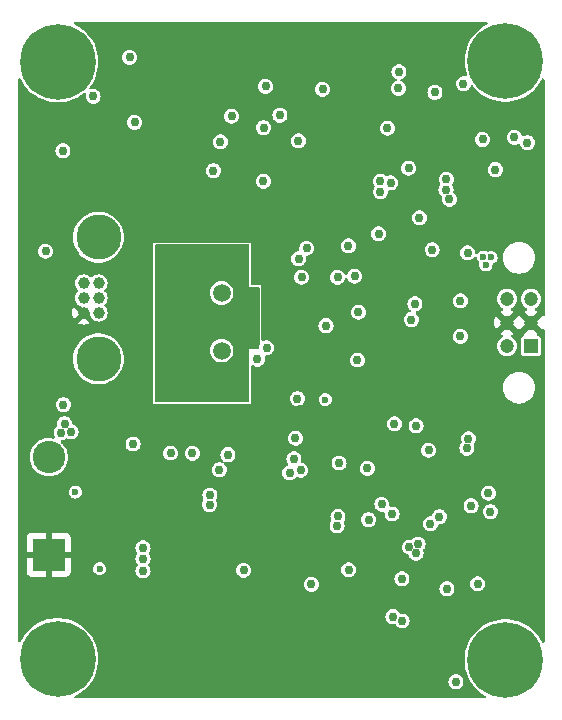
<source format=gbr>
%TF.GenerationSoftware,KiCad,Pcbnew,7.0.9*%
%TF.CreationDate,2024-03-29T14:20:45-04:00*%
%TF.ProjectId,charging_on_the_pad,63686172-6769-46e6-975f-6f6e5f746865,rev?*%
%TF.SameCoordinates,Original*%
%TF.FileFunction,Copper,L2,Inr*%
%TF.FilePolarity,Positive*%
%FSLAX46Y46*%
G04 Gerber Fmt 4.6, Leading zero omitted, Abs format (unit mm)*
G04 Created by KiCad (PCBNEW 7.0.9) date 2024-03-29 14:20:45*
%MOMM*%
%LPD*%
G01*
G04 APERTURE LIST*
%TA.AperFunction,ComponentPad*%
%ADD10C,3.800000*%
%TD*%
%TA.AperFunction,ComponentPad*%
%ADD11C,1.000000*%
%TD*%
%TA.AperFunction,ComponentPad*%
%ADD12R,2.743200X2.743200*%
%TD*%
%TA.AperFunction,ComponentPad*%
%ADD13C,2.743200*%
%TD*%
%TA.AperFunction,ComponentPad*%
%ADD14C,1.500000*%
%TD*%
%TA.AperFunction,ComponentPad*%
%ADD15R,1.200000X1.200000*%
%TD*%
%TA.AperFunction,ComponentPad*%
%ADD16C,1.200000*%
%TD*%
%TA.AperFunction,ComponentPad*%
%ADD17C,6.400000*%
%TD*%
%TA.AperFunction,ViaPad*%
%ADD18C,0.762000*%
%TD*%
%TA.AperFunction,ViaPad*%
%ADD19C,0.600000*%
%TD*%
G04 APERTURE END LIST*
D10*
%TO.N,*%
%TO.C,J1*%
X137820400Y-94373400D03*
X137820400Y-104673400D03*
D11*
%TO.N,+24V*%
X137820400Y-100773400D03*
%TO.N,/CANL*%
X137820400Y-99523400D03*
%TO.N,/CANH*%
X137820400Y-98273400D03*
%TO.N,GND*%
X136570400Y-100773400D03*
%TO.N,+5V_PWR*%
X136570400Y-99523400D03*
%TO.N,Net-(J1-Pin_6)*%
X136570400Y-98273400D03*
%TD*%
D12*
%TO.N,GND*%
%TO.C,J3*%
X133604000Y-121259600D03*
D13*
%TO.N,Net-(J3-Pin_2)*%
X133604000Y-113004600D03*
%TD*%
D14*
%TO.N,/OSC2*%
%TO.C,Y1*%
X148234400Y-103973800D03*
%TO.N,/OSC1*%
X148234400Y-99093800D03*
%TD*%
D15*
%TO.N,/Motor Control/MOTOR_V*%
%TO.C,J4*%
X174415200Y-103606600D03*
D16*
%TO.N,GND*%
X174415200Y-101606600D03*
%TO.N,/MOTOR_INPUT*%
X174415200Y-99606600D03*
%TO.N,/Motor Control/MOTOR_V*%
X172415200Y-103606600D03*
%TO.N,GND*%
X172415200Y-101606600D03*
%TO.N,/Motor Control/MOTOR_OUTPUT*%
X172415200Y-99606600D03*
%TD*%
D17*
%TO.N,N/C*%
%TO.C,H3*%
X134352117Y-79506364D03*
%TD*%
%TO.N,N/C*%
%TO.C,H1*%
X172258924Y-130175000D03*
%TD*%
%TO.N,N/C*%
%TO.C,H4*%
X172262170Y-79437569D03*
%TD*%
%TO.N,N/C*%
%TO.C,H2*%
X134344427Y-130073035D03*
%TD*%
D18*
%TO.N,GND*%
X142984076Y-101673566D03*
X159969200Y-84912200D03*
X145684079Y-107973573D03*
X134188200Y-96215200D03*
X173075100Y-111605130D03*
X162864800Y-129540000D03*
X133756900Y-104840683D03*
X142984076Y-102573567D03*
X148384082Y-95373559D03*
X142984076Y-98973563D03*
X150184084Y-106173571D03*
X150184084Y-98073562D03*
X152349200Y-119151400D03*
X159288647Y-80726447D03*
X154889200Y-121970800D03*
X153670000Y-118186200D03*
X143884077Y-107973573D03*
X138938900Y-117742200D03*
X146584080Y-107973573D03*
X143884077Y-95373559D03*
X151096318Y-94470882D03*
X145684079Y-95373559D03*
X147484081Y-95373559D03*
X135661400Y-92684600D03*
X139217400Y-119405400D03*
X142984076Y-95373559D03*
X133621700Y-99259546D03*
X142984076Y-107073572D03*
X144784078Y-107973573D03*
X146584080Y-95373559D03*
X150184084Y-95373559D03*
X151084085Y-99873564D03*
X162633175Y-116199260D03*
X174269400Y-125526800D03*
X167360186Y-86672522D03*
X142984076Y-98073562D03*
X150184084Y-96273560D03*
X142984076Y-107973573D03*
X142984076Y-103473568D03*
X149284083Y-107973573D03*
X150184084Y-105273570D03*
X135509000Y-91846400D03*
X151650100Y-115475734D03*
X166674800Y-104749600D03*
X150184084Y-107973573D03*
X142984076Y-104373569D03*
X154996860Y-108952908D03*
X142984076Y-99873564D03*
X150184084Y-98973563D03*
X167157400Y-122402600D03*
X147484081Y-107973573D03*
X161845305Y-101499036D03*
X160324800Y-125222000D03*
X151084085Y-98973563D03*
X148384082Y-107973573D03*
X161673751Y-110106249D03*
X151084085Y-103473568D03*
X150184084Y-104373569D03*
X142984076Y-96273560D03*
X134848600Y-95707200D03*
X142984076Y-97173561D03*
X150184084Y-107073572D03*
X157047207Y-95502301D03*
X149284083Y-95373559D03*
X142984076Y-100773565D03*
X150184084Y-103473568D03*
X131445000Y-86918800D03*
X142984076Y-105273570D03*
X150184084Y-97173561D03*
X142984076Y-106173571D03*
X147853400Y-111632147D03*
X144784078Y-95373559D03*
%TO.N,+5V*%
X154653510Y-108043924D03*
X162280600Y-85140800D03*
X159503800Y-97665000D03*
X140462000Y-79146400D03*
X171412400Y-88646000D03*
X169062400Y-95707200D03*
X151973600Y-81604800D03*
X140868400Y-84658200D03*
D19*
X137922000Y-122453400D03*
X135839200Y-115951000D03*
D18*
X157073600Y-101854000D03*
X164312600Y-101346000D03*
%TO.N,/Battery Charger/VIN*%
X154940000Y-114110000D03*
X148037062Y-114057446D03*
X162864800Y-110185200D03*
X154000200Y-114325400D03*
X148767800Y-112776000D03*
%TO.N,/Battery Charger/VREF*%
X161798336Y-116973057D03*
X165902471Y-118644400D03*
%TO.N,+BATT*%
X158176947Y-113495887D03*
X135483600Y-110845600D03*
X162737800Y-126492000D03*
X164693600Y-121132600D03*
X161671000Y-89636600D03*
X162560000Y-89770668D03*
X158013400Y-118795800D03*
X169926000Y-123723400D03*
X161687541Y-90512916D03*
X163524900Y-126868826D03*
X159740600Y-104775000D03*
X164871400Y-120370600D03*
X134645400Y-110921800D03*
X155829000Y-123774200D03*
X159004000Y-122529600D03*
X158078243Y-118022443D03*
X134950200Y-110159800D03*
X164121600Y-120616558D03*
%TO.N,+24V*%
X134826543Y-108556257D03*
X154469641Y-111390808D03*
%TO.N,VCC*%
X140741047Y-111886647D03*
X150114000Y-122573902D03*
X147218400Y-117017800D03*
X170999169Y-117602802D03*
X143916400Y-112649000D03*
X145749760Y-112664717D03*
X162665100Y-117815542D03*
X170823989Y-116040400D03*
X169352975Y-117097054D03*
X147243800Y-116205000D03*
%TO.N,Net-(U5-SW)*%
X137363200Y-82448400D03*
X133331000Y-95554800D03*
X134797800Y-87045800D03*
%TO.N,/Power/R_13V_P*%
X149089100Y-84120570D03*
X154736800Y-86219800D03*
%TO.N,+5V_PWR*%
X141579600Y-122605800D03*
X168452800Y-99771200D03*
X168437084Y-102776166D03*
X141579600Y-120675400D03*
X168071800Y-132003800D03*
X141579600Y-121589800D03*
D19*
%TO.N,/Motor Control/MOTOR_V*%
X170607790Y-96725268D03*
X171052021Y-96083204D03*
X170383200Y-96062800D03*
%TO.N,/Power/R_5V_P*%
X157005724Y-108136124D03*
D18*
%TO.N,/n_CHG_EN*%
X167309800Y-124129800D03*
X160673894Y-118287802D03*
X160581540Y-113951607D03*
X164987311Y-92746489D03*
X155016200Y-97757200D03*
X166299039Y-82110239D03*
%TO.N,/Power/R_+BATT_N*%
X163499500Y-123290738D03*
%TO.N,+13V*%
X148133300Y-86309200D03*
X151765000Y-89636600D03*
X154355800Y-113131600D03*
X169000500Y-112242600D03*
X147549100Y-88738841D03*
X169135142Y-111436564D03*
%TO.N,/R_MOTOR_N*%
X173024800Y-85928200D03*
X167253029Y-89488199D03*
X170337397Y-86103689D03*
X167513000Y-91160600D03*
X164071800Y-88521002D03*
X174117500Y-86369046D03*
X167233600Y-90347800D03*
%TO.N,/EN_5V*%
X154754806Y-96208300D03*
X151793800Y-85095000D03*
X168708600Y-81379800D03*
%TO.N,/EN_MOTOR*%
X166065200Y-95427800D03*
%TO.N,/MOTOR_OUT_DIV*%
X161523800Y-94085000D03*
%TO.N,/CURR_13V*%
X156796963Y-81853838D03*
X155448168Y-95300800D03*
%TO.N,/CURR_5V*%
X164605200Y-100020940D03*
X153173800Y-84055000D03*
X163209600Y-81780739D03*
%TO.N,/CHG_CURR*%
X165766402Y-112401002D03*
X158064200Y-97764600D03*
X166674800Y-118028500D03*
X164705064Y-110339043D03*
X163245800Y-80365600D03*
%TO.N,/CURR_+BATT*%
X159803800Y-100715000D03*
%TO.N,/CAN_TX*%
X152037000Y-103753400D03*
%TO.N,/CAN_RX*%
X151263300Y-104706413D03*
%TO.N,/CURR_MOTOR*%
X158978600Y-95110800D03*
%TD*%
%TA.AperFunction,Conductor*%
%TO.N,GND*%
G36*
X170698499Y-76149185D02*
G01*
X170744254Y-76201989D01*
X170754198Y-76271147D01*
X170725173Y-76334703D01*
X170683526Y-76366039D01*
X170643561Y-76384528D01*
X170643548Y-76384535D01*
X170322964Y-76577422D01*
X170322959Y-76577426D01*
X170025083Y-76803865D01*
X170025082Y-76803866D01*
X169753442Y-77061177D01*
X169511222Y-77346339D01*
X169511215Y-77346349D01*
X169301243Y-77656034D01*
X169125985Y-77986605D01*
X169125976Y-77986623D01*
X168987488Y-78334204D01*
X168987487Y-78334206D01*
X168887393Y-78694715D01*
X168887392Y-78694718D01*
X168826858Y-79063958D01*
X168806602Y-79437566D01*
X168806602Y-79437571D01*
X168826858Y-79811179D01*
X168887392Y-80180419D01*
X168887393Y-80180422D01*
X168987487Y-80540931D01*
X168987488Y-80540933D01*
X169011880Y-80602151D01*
X169018407Y-80671715D01*
X168986289Y-80733765D01*
X168925723Y-80768600D01*
X168867012Y-80768445D01*
X168785279Y-80748300D01*
X168785278Y-80748300D01*
X168631922Y-80748300D01*
X168631921Y-80748300D01*
X168483024Y-80785000D01*
X168347230Y-80856269D01*
X168232445Y-80957960D01*
X168145329Y-81084169D01*
X168090947Y-81227561D01*
X168090946Y-81227564D01*
X168072462Y-81379799D01*
X168072462Y-81379800D01*
X168090946Y-81532035D01*
X168090947Y-81532038D01*
X168127530Y-81628500D01*
X168145329Y-81675430D01*
X168232445Y-81801639D01*
X168347230Y-81903330D01*
X168347232Y-81903331D01*
X168483022Y-81974599D01*
X168582288Y-81999066D01*
X168631921Y-82011300D01*
X168631922Y-82011300D01*
X168785279Y-82011300D01*
X168822503Y-82002124D01*
X168934178Y-81974599D01*
X169069968Y-81903331D01*
X169184756Y-81801638D01*
X169271872Y-81675428D01*
X169309719Y-81575633D01*
X169351896Y-81519932D01*
X169417493Y-81495875D01*
X169485684Y-81511102D01*
X169520168Y-81539330D01*
X169753442Y-81813960D01*
X169753443Y-81813961D01*
X170025083Y-82071272D01*
X170322950Y-82297705D01*
X170322955Y-82297708D01*
X170322959Y-82297711D01*
X170322964Y-82297715D01*
X170573801Y-82448637D01*
X170643553Y-82490605D01*
X170643557Y-82490606D01*
X170643561Y-82490609D01*
X170881379Y-82600635D01*
X170983132Y-82647711D01*
X171337708Y-82767182D01*
X171703121Y-82847615D01*
X172075089Y-82888069D01*
X172075095Y-82888069D01*
X172449245Y-82888069D01*
X172449251Y-82888069D01*
X172821219Y-82847615D01*
X173186632Y-82767182D01*
X173541208Y-82647711D01*
X173880787Y-82490605D01*
X174021623Y-82405867D01*
X174201375Y-82297715D01*
X174201380Y-82297711D01*
X174201379Y-82297711D01*
X174201390Y-82297705D01*
X174499257Y-82071272D01*
X174770897Y-81813961D01*
X175013124Y-81528790D01*
X175223098Y-81219100D01*
X175296172Y-81081269D01*
X175345745Y-80987765D01*
X175394538Y-80937756D01*
X175462623Y-80922064D01*
X175528383Y-80945674D01*
X175570940Y-81001088D01*
X175579300Y-81045848D01*
X175579300Y-100952834D01*
X175559615Y-101019873D01*
X175506811Y-101065628D01*
X175437653Y-101075572D01*
X175374097Y-101046547D01*
X175356332Y-101027543D01*
X175352665Y-101022686D01*
X175352665Y-101022685D01*
X174768753Y-101606599D01*
X174768753Y-101606600D01*
X175352665Y-102190512D01*
X175356347Y-102185638D01*
X175412456Y-102144003D01*
X175482168Y-102139312D01*
X175543350Y-102173055D01*
X175576576Y-102234519D01*
X175579300Y-102260366D01*
X175579300Y-128572843D01*
X175559615Y-128639882D01*
X175506811Y-128685637D01*
X175437653Y-128695581D01*
X175374097Y-128666556D01*
X175345745Y-128630926D01*
X175219850Y-128393465D01*
X175112293Y-128234830D01*
X175009878Y-128083779D01*
X175009874Y-128083774D01*
X175009871Y-128083770D01*
X174767651Y-127798608D01*
X174496011Y-127541297D01*
X174496010Y-127541296D01*
X174393835Y-127463625D01*
X174198144Y-127314864D01*
X174198140Y-127314861D01*
X174198134Y-127314857D01*
X174198129Y-127314853D01*
X173877545Y-127121966D01*
X173877532Y-127121959D01*
X173537972Y-126964862D01*
X173537967Y-126964860D01*
X173537962Y-126964858D01*
X173365127Y-126906623D01*
X173183385Y-126845386D01*
X172817971Y-126764953D01*
X172446006Y-126724500D01*
X172446005Y-126724500D01*
X172071843Y-126724500D01*
X172071841Y-126724500D01*
X171699876Y-126764953D01*
X171334462Y-126845386D01*
X171131307Y-126913838D01*
X170979886Y-126964858D01*
X170979883Y-126964859D01*
X170979875Y-126964862D01*
X170640315Y-127121959D01*
X170640302Y-127121966D01*
X170319718Y-127314853D01*
X170319713Y-127314857D01*
X170021837Y-127541296D01*
X170021836Y-127541297D01*
X169750196Y-127798608D01*
X169507976Y-128083770D01*
X169507969Y-128083780D01*
X169297997Y-128393465D01*
X169122739Y-128724036D01*
X169122730Y-128724054D01*
X168984242Y-129071635D01*
X168984241Y-129071637D01*
X168884147Y-129432146D01*
X168884146Y-129432149D01*
X168823612Y-129801389D01*
X168803356Y-130174997D01*
X168803356Y-130175002D01*
X168823612Y-130548610D01*
X168884146Y-130917850D01*
X168884147Y-130917853D01*
X168984241Y-131278362D01*
X168984242Y-131278364D01*
X169122730Y-131625945D01*
X169122739Y-131625963D01*
X169297997Y-131956534D01*
X169507969Y-132266219D01*
X169507976Y-132266229D01*
X169729759Y-132527331D01*
X169750197Y-132551392D01*
X170021837Y-132808703D01*
X170319704Y-133035136D01*
X170319709Y-133035139D01*
X170319713Y-133035142D01*
X170319718Y-133035146D01*
X170577505Y-133190250D01*
X170624800Y-133241679D01*
X170636783Y-133310513D01*
X170609648Y-133374899D01*
X170552012Y-133414393D01*
X170513577Y-133420500D01*
X135889984Y-133420500D01*
X135822945Y-133400815D01*
X135777190Y-133348011D01*
X135767246Y-133278853D01*
X135796271Y-133215297D01*
X135837918Y-133183961D01*
X135963035Y-133126075D01*
X135963044Y-133126071D01*
X136114170Y-133035142D01*
X136283632Y-132933181D01*
X136283637Y-132933177D01*
X136283636Y-132933177D01*
X136283647Y-132933171D01*
X136581514Y-132706738D01*
X136853154Y-132449427D01*
X137095381Y-132164256D01*
X137204172Y-132003800D01*
X167435662Y-132003800D01*
X167454146Y-132156035D01*
X167454147Y-132156038D01*
X167508528Y-132299428D01*
X167587783Y-132414250D01*
X167595645Y-132425639D01*
X167710430Y-132527330D01*
X167710432Y-132527331D01*
X167846222Y-132598599D01*
X167945488Y-132623066D01*
X167995121Y-132635300D01*
X167995122Y-132635300D01*
X168148479Y-132635300D01*
X168185703Y-132626124D01*
X168297378Y-132598599D01*
X168433168Y-132527331D01*
X168547956Y-132425638D01*
X168635072Y-132299428D01*
X168689453Y-132156038D01*
X168707938Y-132003800D01*
X168689453Y-131851562D01*
X168635072Y-131708172D01*
X168547956Y-131581962D01*
X168547954Y-131581960D01*
X168433169Y-131480269D01*
X168359067Y-131441378D01*
X168297378Y-131409001D01*
X168297375Y-131409000D01*
X168148479Y-131372300D01*
X168148478Y-131372300D01*
X167995122Y-131372300D01*
X167995121Y-131372300D01*
X167846224Y-131409000D01*
X167710430Y-131480269D01*
X167595645Y-131581960D01*
X167508529Y-131708169D01*
X167454147Y-131851561D01*
X167454146Y-131851564D01*
X167435662Y-132003799D01*
X167435662Y-132003800D01*
X137204172Y-132003800D01*
X137305355Y-131854566D01*
X137480616Y-131523990D01*
X137619107Y-131176403D01*
X137719206Y-130815880D01*
X137779738Y-130446648D01*
X137799995Y-130073035D01*
X137779738Y-129699422D01*
X137719206Y-129330190D01*
X137647419Y-129071637D01*
X137619109Y-128969672D01*
X137619108Y-128969670D01*
X137480620Y-128622089D01*
X137480611Y-128622071D01*
X137459934Y-128583071D01*
X137305355Y-128291504D01*
X137305353Y-128291500D01*
X137164515Y-128083780D01*
X137095381Y-127981814D01*
X137095377Y-127981809D01*
X137095374Y-127981805D01*
X136853154Y-127696643D01*
X136581514Y-127439332D01*
X136581513Y-127439331D01*
X136385945Y-127290664D01*
X136283647Y-127212899D01*
X136283643Y-127212896D01*
X136283637Y-127212892D01*
X136283632Y-127212888D01*
X135963048Y-127020001D01*
X135963035Y-127019994D01*
X135623475Y-126862897D01*
X135623470Y-126862895D01*
X135623465Y-126862893D01*
X135450630Y-126804658D01*
X135268888Y-126743421D01*
X134903474Y-126662988D01*
X134531509Y-126622535D01*
X134531508Y-126622535D01*
X134157346Y-126622535D01*
X134157344Y-126622535D01*
X133785379Y-126662988D01*
X133419965Y-126743421D01*
X133145867Y-126835776D01*
X133065389Y-126862893D01*
X133065386Y-126862894D01*
X133065378Y-126862897D01*
X132725818Y-127019994D01*
X132725805Y-127020001D01*
X132405221Y-127212888D01*
X132405216Y-127212892D01*
X132107340Y-127439331D01*
X132107339Y-127439332D01*
X131835699Y-127696643D01*
X131593479Y-127981805D01*
X131593472Y-127981815D01*
X131383500Y-128291500D01*
X131221855Y-128596394D01*
X131173062Y-128646404D01*
X131104977Y-128662095D01*
X131039217Y-128638485D01*
X130996660Y-128583071D01*
X130988300Y-128538311D01*
X130988300Y-126492000D01*
X162101662Y-126492000D01*
X162120146Y-126644235D01*
X162120147Y-126644238D01*
X162165928Y-126764953D01*
X162174529Y-126787630D01*
X162261645Y-126913839D01*
X162376430Y-127015530D01*
X162376432Y-127015531D01*
X162512222Y-127086799D01*
X162611488Y-127111266D01*
X162661121Y-127123500D01*
X162661122Y-127123500D01*
X162814479Y-127123500D01*
X162820730Y-127121959D01*
X162832965Y-127118943D01*
X162902766Y-127122008D01*
X162959830Y-127162324D01*
X162964695Y-127168898D01*
X163048745Y-127290665D01*
X163163530Y-127392356D01*
X163163532Y-127392357D01*
X163299322Y-127463625D01*
X163398588Y-127488092D01*
X163448221Y-127500326D01*
X163448222Y-127500326D01*
X163601579Y-127500326D01*
X163638803Y-127491150D01*
X163750478Y-127463625D01*
X163886268Y-127392357D01*
X164001056Y-127290664D01*
X164088172Y-127164454D01*
X164142553Y-127021064D01*
X164161038Y-126868826D01*
X164142553Y-126716588D01*
X164088172Y-126573198D01*
X164001056Y-126446988D01*
X164001054Y-126446986D01*
X163886269Y-126345295D01*
X163821440Y-126311270D01*
X163750478Y-126274027D01*
X163750475Y-126274026D01*
X163601579Y-126237326D01*
X163601578Y-126237326D01*
X163448222Y-126237326D01*
X163448220Y-126237326D01*
X163429727Y-126241884D01*
X163359925Y-126238815D01*
X163302863Y-126198494D01*
X163298003Y-126191926D01*
X163213956Y-126070162D01*
X163213955Y-126070161D01*
X163099169Y-125968469D01*
X163034340Y-125934444D01*
X162963378Y-125897201D01*
X162963375Y-125897200D01*
X162814479Y-125860500D01*
X162814478Y-125860500D01*
X162661122Y-125860500D01*
X162661121Y-125860500D01*
X162512224Y-125897200D01*
X162376430Y-125968469D01*
X162261645Y-126070160D01*
X162174529Y-126196369D01*
X162120147Y-126339761D01*
X162120146Y-126339764D01*
X162101662Y-126491999D01*
X162101662Y-126492000D01*
X130988300Y-126492000D01*
X130988300Y-123774200D01*
X155192862Y-123774200D01*
X155211346Y-123926435D01*
X155211347Y-123926438D01*
X155265728Y-124069828D01*
X155317779Y-124145238D01*
X155352845Y-124196039D01*
X155467630Y-124297730D01*
X155467632Y-124297731D01*
X155603422Y-124368999D01*
X155702688Y-124393466D01*
X155752321Y-124405700D01*
X155752322Y-124405700D01*
X155905679Y-124405700D01*
X155942903Y-124396524D01*
X156054578Y-124368999D01*
X156190368Y-124297731D01*
X156305156Y-124196038D01*
X156350877Y-124129800D01*
X166673662Y-124129800D01*
X166692146Y-124282035D01*
X166692147Y-124282038D01*
X166746529Y-124425430D01*
X166833645Y-124551639D01*
X166948430Y-124653330D01*
X166948432Y-124653331D01*
X167084222Y-124724599D01*
X167183488Y-124749066D01*
X167233121Y-124761300D01*
X167233122Y-124761300D01*
X167386479Y-124761300D01*
X167423703Y-124752124D01*
X167535378Y-124724599D01*
X167671168Y-124653331D01*
X167785956Y-124551638D01*
X167873072Y-124425428D01*
X167927453Y-124282038D01*
X167945938Y-124129800D01*
X167927453Y-123977562D01*
X167873072Y-123834172D01*
X167796612Y-123723400D01*
X169289862Y-123723400D01*
X169308346Y-123875635D01*
X169308347Y-123875638D01*
X169362729Y-124019030D01*
X169397794Y-124069830D01*
X169439187Y-124129799D01*
X169449845Y-124145239D01*
X169564630Y-124246930D01*
X169564632Y-124246931D01*
X169700422Y-124318199D01*
X169799688Y-124342666D01*
X169849321Y-124354900D01*
X169849322Y-124354900D01*
X170002679Y-124354900D01*
X170039903Y-124345724D01*
X170151578Y-124318199D01*
X170287368Y-124246931D01*
X170402156Y-124145238D01*
X170489272Y-124019028D01*
X170543653Y-123875638D01*
X170562138Y-123723400D01*
X170560263Y-123707962D01*
X170543653Y-123571164D01*
X170543653Y-123571162D01*
X170489272Y-123427772D01*
X170402156Y-123301562D01*
X170402154Y-123301560D01*
X170287369Y-123199869D01*
X170178441Y-123142700D01*
X170151578Y-123128601D01*
X170151575Y-123128600D01*
X170002679Y-123091900D01*
X170002678Y-123091900D01*
X169849322Y-123091900D01*
X169849321Y-123091900D01*
X169700424Y-123128600D01*
X169564630Y-123199869D01*
X169449845Y-123301560D01*
X169362729Y-123427769D01*
X169308347Y-123571161D01*
X169308346Y-123571164D01*
X169289862Y-123723399D01*
X169289862Y-123723400D01*
X167796612Y-123723400D01*
X167785956Y-123707962D01*
X167785954Y-123707960D01*
X167671169Y-123606269D01*
X167604275Y-123571161D01*
X167535378Y-123535001D01*
X167535375Y-123535000D01*
X167386479Y-123498300D01*
X167386478Y-123498300D01*
X167233122Y-123498300D01*
X167233121Y-123498300D01*
X167084224Y-123535000D01*
X166948430Y-123606269D01*
X166833645Y-123707960D01*
X166746529Y-123834169D01*
X166692147Y-123977561D01*
X166692146Y-123977564D01*
X166673662Y-124129799D01*
X166673662Y-124129800D01*
X156350877Y-124129800D01*
X156392272Y-124069828D01*
X156446653Y-123926438D01*
X156465138Y-123774200D01*
X156446653Y-123621962D01*
X156392272Y-123478572D01*
X156305156Y-123352362D01*
X156305154Y-123352360D01*
X156235597Y-123290738D01*
X162863362Y-123290738D01*
X162881846Y-123442973D01*
X162881847Y-123442976D01*
X162930461Y-123571161D01*
X162936229Y-123586368D01*
X163023345Y-123712577D01*
X163138130Y-123814268D01*
X163138132Y-123814269D01*
X163273922Y-123885537D01*
X163373188Y-123910004D01*
X163422821Y-123922238D01*
X163422822Y-123922238D01*
X163576179Y-123922238D01*
X163613403Y-123913062D01*
X163725078Y-123885537D01*
X163860868Y-123814269D01*
X163975656Y-123712576D01*
X164062772Y-123586366D01*
X164117153Y-123442976D01*
X164135638Y-123290738D01*
X164117153Y-123138500D01*
X164062772Y-122995110D01*
X164059058Y-122989730D01*
X164032628Y-122951439D01*
X163975656Y-122868900D01*
X163926363Y-122825230D01*
X163860869Y-122767207D01*
X163782621Y-122726140D01*
X163725078Y-122695939D01*
X163725075Y-122695938D01*
X163576179Y-122659238D01*
X163576178Y-122659238D01*
X163422822Y-122659238D01*
X163422821Y-122659238D01*
X163273924Y-122695938D01*
X163138130Y-122767207D01*
X163023345Y-122868898D01*
X162936229Y-122995107D01*
X162881847Y-123138499D01*
X162881846Y-123138502D01*
X162863362Y-123290737D01*
X162863362Y-123290738D01*
X156235597Y-123290738D01*
X156190369Y-123250669D01*
X156125540Y-123216644D01*
X156054578Y-123179401D01*
X156054575Y-123179400D01*
X155905679Y-123142700D01*
X155905678Y-123142700D01*
X155752322Y-123142700D01*
X155752321Y-123142700D01*
X155603424Y-123179400D01*
X155467630Y-123250669D01*
X155352845Y-123352360D01*
X155265729Y-123478569D01*
X155211347Y-123621961D01*
X155211346Y-123621964D01*
X155192862Y-123774199D01*
X155192862Y-123774200D01*
X130988300Y-123774200D01*
X130988300Y-122679044D01*
X131732400Y-122679044D01*
X131738801Y-122738572D01*
X131738803Y-122738579D01*
X131789045Y-122873286D01*
X131789049Y-122873293D01*
X131875209Y-122988387D01*
X131875212Y-122988390D01*
X131990306Y-123074550D01*
X131990313Y-123074554D01*
X132125020Y-123124796D01*
X132125027Y-123124798D01*
X132184555Y-123131199D01*
X132184572Y-123131200D01*
X133354000Y-123131200D01*
X133354000Y-122139827D01*
X133412838Y-122158945D01*
X133556076Y-122174000D01*
X133651924Y-122174000D01*
X133795162Y-122158945D01*
X133854000Y-122139827D01*
X133854000Y-123131200D01*
X135023428Y-123131200D01*
X135023444Y-123131199D01*
X135082972Y-123124798D01*
X135082979Y-123124796D01*
X135217686Y-123074554D01*
X135217693Y-123074550D01*
X135332787Y-122988390D01*
X135332790Y-122988387D01*
X135418950Y-122873293D01*
X135418954Y-122873286D01*
X135469196Y-122738579D01*
X135469198Y-122738572D01*
X135475599Y-122679044D01*
X135475600Y-122679027D01*
X135475600Y-122453400D01*
X137366750Y-122453400D01*
X137385670Y-122597108D01*
X137385671Y-122597112D01*
X137441137Y-122731022D01*
X137441138Y-122731024D01*
X137441139Y-122731025D01*
X137529379Y-122846021D01*
X137644375Y-122934261D01*
X137778291Y-122989730D01*
X137905280Y-123006448D01*
X137921999Y-123008650D01*
X137922000Y-123008650D01*
X137922001Y-123008650D01*
X137936977Y-123006678D01*
X138065709Y-122989730D01*
X138199625Y-122934261D01*
X138314621Y-122846021D01*
X138402861Y-122731025D01*
X138454730Y-122605800D01*
X140943462Y-122605800D01*
X140961946Y-122758035D01*
X140961947Y-122758038D01*
X141004231Y-122869532D01*
X141016329Y-122901430D01*
X141050847Y-122951438D01*
X141077277Y-122989729D01*
X141103445Y-123027639D01*
X141218230Y-123129330D01*
X141218232Y-123129331D01*
X141354022Y-123200599D01*
X141453288Y-123225066D01*
X141502921Y-123237300D01*
X141502922Y-123237300D01*
X141656279Y-123237300D01*
X141693503Y-123228124D01*
X141805178Y-123200599D01*
X141940968Y-123129331D01*
X142055756Y-123027638D01*
X142142872Y-122901428D01*
X142197253Y-122758038D01*
X142215738Y-122605800D01*
X142211865Y-122573902D01*
X149477862Y-122573902D01*
X149496346Y-122726137D01*
X149496347Y-122726140D01*
X149550488Y-122868898D01*
X149550729Y-122869532D01*
X149553325Y-122873293D01*
X149633694Y-122989728D01*
X149637845Y-122995741D01*
X149752630Y-123097432D01*
X149752632Y-123097433D01*
X149888422Y-123168701D01*
X149987688Y-123193168D01*
X150037321Y-123205402D01*
X150037322Y-123205402D01*
X150190679Y-123205402D01*
X150227903Y-123196226D01*
X150339578Y-123168701D01*
X150475368Y-123097433D01*
X150590156Y-122995740D01*
X150677272Y-122869530D01*
X150731653Y-122726140D01*
X150750138Y-122573902D01*
X150744759Y-122529600D01*
X158367862Y-122529600D01*
X158386346Y-122681835D01*
X158386347Y-122681838D01*
X158418723Y-122767207D01*
X158440729Y-122825230D01*
X158455080Y-122846021D01*
X158515988Y-122934262D01*
X158527845Y-122951439D01*
X158642630Y-123053130D01*
X158642632Y-123053131D01*
X158778422Y-123124399D01*
X158877688Y-123148866D01*
X158927321Y-123161100D01*
X158927322Y-123161100D01*
X159080679Y-123161100D01*
X159117903Y-123151924D01*
X159229578Y-123124399D01*
X159365368Y-123053131D01*
X159480156Y-122951438D01*
X159567272Y-122825228D01*
X159621653Y-122681838D01*
X159640138Y-122529600D01*
X159621653Y-122377362D01*
X159567272Y-122233972D01*
X159480156Y-122107762D01*
X159470883Y-122099547D01*
X159365369Y-122006069D01*
X159300540Y-121972044D01*
X159229578Y-121934801D01*
X159229575Y-121934800D01*
X159080679Y-121898100D01*
X159080678Y-121898100D01*
X158927322Y-121898100D01*
X158927321Y-121898100D01*
X158778424Y-121934800D01*
X158642630Y-122006069D01*
X158527845Y-122107760D01*
X158440729Y-122233969D01*
X158386347Y-122377361D01*
X158386346Y-122377364D01*
X158367862Y-122529599D01*
X158367862Y-122529600D01*
X150744759Y-122529600D01*
X150731653Y-122421664D01*
X150677272Y-122278274D01*
X150590156Y-122152064D01*
X150550348Y-122116797D01*
X150475369Y-122050371D01*
X150401568Y-122011638D01*
X150339578Y-121979103D01*
X150339575Y-121979102D01*
X150190679Y-121942402D01*
X150190678Y-121942402D01*
X150037322Y-121942402D01*
X150037321Y-121942402D01*
X149888424Y-121979102D01*
X149752630Y-122050371D01*
X149637845Y-122152062D01*
X149550729Y-122278271D01*
X149496347Y-122421663D01*
X149496346Y-122421666D01*
X149477862Y-122573901D01*
X149477862Y-122573902D01*
X142211865Y-122573902D01*
X142197253Y-122453562D01*
X142142872Y-122310172D01*
X142055756Y-122183962D01*
X142055752Y-122183958D01*
X142052271Y-122180029D01*
X142022549Y-122116797D01*
X142031731Y-122047533D01*
X142052271Y-122015571D01*
X142055748Y-122011644D01*
X142055756Y-122011638D01*
X142142872Y-121885428D01*
X142197253Y-121742038D01*
X142215738Y-121589800D01*
X142197253Y-121437562D01*
X142142872Y-121294172D01*
X142079967Y-121203038D01*
X142058085Y-121136686D01*
X142075550Y-121069034D01*
X142079961Y-121062169D01*
X142142872Y-120971028D01*
X142197253Y-120827638D01*
X142215738Y-120675400D01*
X142208593Y-120616558D01*
X163485462Y-120616558D01*
X163503946Y-120768793D01*
X163503947Y-120768796D01*
X163558329Y-120912188D01*
X163645445Y-121038397D01*
X163760230Y-121140088D01*
X163760232Y-121140089D01*
X163896022Y-121211357D01*
X164000570Y-121237126D01*
X164060950Y-121272283D01*
X164086836Y-121313551D01*
X164130329Y-121428230D01*
X164136772Y-121437564D01*
X164210047Y-121543722D01*
X164217445Y-121554439D01*
X164332230Y-121656130D01*
X164332232Y-121656131D01*
X164468022Y-121727399D01*
X164567288Y-121751866D01*
X164616921Y-121764100D01*
X164616922Y-121764100D01*
X164770279Y-121764100D01*
X164807503Y-121754924D01*
X164919178Y-121727399D01*
X165054968Y-121656131D01*
X165169756Y-121554438D01*
X165256872Y-121428228D01*
X165311253Y-121284838D01*
X165329738Y-121132600D01*
X165311253Y-120980362D01*
X165297386Y-120943800D01*
X165292020Y-120874139D01*
X165325167Y-120812633D01*
X165331103Y-120807014D01*
X165347555Y-120792439D01*
X165347556Y-120792438D01*
X165434672Y-120666228D01*
X165489053Y-120522838D01*
X165507538Y-120370600D01*
X165489053Y-120218362D01*
X165434672Y-120074972D01*
X165347556Y-119948762D01*
X165347554Y-119948760D01*
X165232769Y-119847069D01*
X165167940Y-119813044D01*
X165096978Y-119775801D01*
X165096975Y-119775800D01*
X164948079Y-119739100D01*
X164948078Y-119739100D01*
X164794722Y-119739100D01*
X164794721Y-119739100D01*
X164645824Y-119775800D01*
X164510030Y-119847069D01*
X164395244Y-119948761D01*
X164395239Y-119948766D01*
X164393808Y-119950840D01*
X164392371Y-119952003D01*
X164390270Y-119954376D01*
X164389875Y-119954026D01*
X164339521Y-119994825D01*
X164270071Y-120002476D01*
X164262091Y-120000786D01*
X164198279Y-119985058D01*
X164198278Y-119985058D01*
X164044922Y-119985058D01*
X164044921Y-119985058D01*
X163896024Y-120021758D01*
X163760230Y-120093027D01*
X163645445Y-120194718D01*
X163558329Y-120320927D01*
X163503947Y-120464319D01*
X163503946Y-120464322D01*
X163485462Y-120616557D01*
X163485462Y-120616558D01*
X142208593Y-120616558D01*
X142197253Y-120523162D01*
X142142872Y-120379772D01*
X142055756Y-120253562D01*
X142016026Y-120218364D01*
X141940969Y-120151869D01*
X141876140Y-120117844D01*
X141805178Y-120080601D01*
X141805175Y-120080600D01*
X141656279Y-120043900D01*
X141656278Y-120043900D01*
X141502922Y-120043900D01*
X141502921Y-120043900D01*
X141354024Y-120080600D01*
X141218230Y-120151869D01*
X141103445Y-120253560D01*
X141016329Y-120379769D01*
X140961947Y-120523161D01*
X140961946Y-120523164D01*
X140943462Y-120675399D01*
X140943462Y-120675400D01*
X140961946Y-120827635D01*
X140961947Y-120827638D01*
X141016329Y-120971031D01*
X141016331Y-120971034D01*
X141079231Y-121062161D01*
X141101114Y-121128515D01*
X141083648Y-121196167D01*
X141079231Y-121203039D01*
X141016331Y-121294165D01*
X141016329Y-121294168D01*
X140961947Y-121437561D01*
X140961946Y-121437564D01*
X140943462Y-121589799D01*
X140943462Y-121589800D01*
X140961946Y-121742035D01*
X140961947Y-121742038D01*
X141016329Y-121885430D01*
X141055654Y-121942402D01*
X141103444Y-122011638D01*
X141103447Y-122011640D01*
X141106933Y-122015576D01*
X141136651Y-122078811D01*
X141127465Y-122148074D01*
X141106933Y-122180024D01*
X141103442Y-122183964D01*
X141016329Y-122310169D01*
X140961947Y-122453561D01*
X140961946Y-122453564D01*
X140943462Y-122605799D01*
X140943462Y-122605800D01*
X138454730Y-122605800D01*
X138458330Y-122597109D01*
X138477250Y-122453400D01*
X138458330Y-122309691D01*
X138402861Y-122175775D01*
X138314621Y-122060779D01*
X138199625Y-121972539D01*
X138199624Y-121972538D01*
X138199622Y-121972537D01*
X138065712Y-121917071D01*
X138065710Y-121917070D01*
X138065709Y-121917070D01*
X137993854Y-121907610D01*
X137922001Y-121898150D01*
X137921999Y-121898150D01*
X137778291Y-121917070D01*
X137778287Y-121917071D01*
X137644377Y-121972537D01*
X137529379Y-122060779D01*
X137441137Y-122175777D01*
X137385671Y-122309687D01*
X137385670Y-122309691D01*
X137366750Y-122453399D01*
X137366750Y-122453400D01*
X135475600Y-122453400D01*
X135475600Y-121509600D01*
X134485690Y-121509600D01*
X134518400Y-121355707D01*
X134518400Y-121163493D01*
X134485690Y-121009600D01*
X135475600Y-121009600D01*
X135475600Y-119840172D01*
X135475599Y-119840155D01*
X135469198Y-119780627D01*
X135469196Y-119780620D01*
X135418954Y-119645913D01*
X135418950Y-119645906D01*
X135332790Y-119530812D01*
X135332787Y-119530809D01*
X135217693Y-119444649D01*
X135217686Y-119444645D01*
X135082979Y-119394403D01*
X135082972Y-119394401D01*
X135023444Y-119388000D01*
X133854000Y-119388000D01*
X133854000Y-120379372D01*
X133795162Y-120360255D01*
X133651924Y-120345200D01*
X133556076Y-120345200D01*
X133412838Y-120360255D01*
X133354000Y-120379372D01*
X133354000Y-119388000D01*
X132184555Y-119388000D01*
X132125027Y-119394401D01*
X132125020Y-119394403D01*
X131990313Y-119444645D01*
X131990306Y-119444649D01*
X131875212Y-119530809D01*
X131875209Y-119530812D01*
X131789049Y-119645906D01*
X131789045Y-119645913D01*
X131738803Y-119780620D01*
X131738801Y-119780627D01*
X131732400Y-119840155D01*
X131732400Y-121009600D01*
X132722310Y-121009600D01*
X132689600Y-121163493D01*
X132689600Y-121355707D01*
X132722310Y-121509600D01*
X131732400Y-121509600D01*
X131732400Y-122679044D01*
X130988300Y-122679044D01*
X130988300Y-118795800D01*
X157377262Y-118795800D01*
X157395746Y-118948035D01*
X157395747Y-118948038D01*
X157450129Y-119091430D01*
X157537245Y-119217639D01*
X157652030Y-119319330D01*
X157652032Y-119319331D01*
X157787822Y-119390599D01*
X157887088Y-119415066D01*
X157936721Y-119427300D01*
X157936722Y-119427300D01*
X158090079Y-119427300D01*
X158127303Y-119418124D01*
X158238978Y-119390599D01*
X158374768Y-119319331D01*
X158489556Y-119217638D01*
X158576672Y-119091428D01*
X158631053Y-118948038D01*
X158649538Y-118795800D01*
X158631053Y-118643562D01*
X158578170Y-118504124D01*
X158572804Y-118434462D01*
X158592061Y-118389716D01*
X158641515Y-118318071D01*
X158652995Y-118287802D01*
X160037756Y-118287802D01*
X160056240Y-118440037D01*
X160056241Y-118440040D01*
X160110622Y-118583430D01*
X160194450Y-118704877D01*
X160197739Y-118709641D01*
X160312524Y-118811332D01*
X160312526Y-118811333D01*
X160448316Y-118882601D01*
X160547582Y-118907068D01*
X160597215Y-118919302D01*
X160597216Y-118919302D01*
X160750573Y-118919302D01*
X160787797Y-118910126D01*
X160899472Y-118882601D01*
X161035262Y-118811333D01*
X161150050Y-118709640D01*
X161195082Y-118644400D01*
X165266333Y-118644400D01*
X165284817Y-118796635D01*
X165284818Y-118796638D01*
X165339200Y-118940030D01*
X165426316Y-119066239D01*
X165541101Y-119167930D01*
X165541103Y-119167931D01*
X165676893Y-119239199D01*
X165776159Y-119263666D01*
X165825792Y-119275900D01*
X165825793Y-119275900D01*
X165979150Y-119275900D01*
X166016374Y-119266724D01*
X166128049Y-119239199D01*
X166263839Y-119167931D01*
X166378627Y-119066238D01*
X166465743Y-118940028D01*
X166520124Y-118796638D01*
X166523473Y-118769054D01*
X166551094Y-118704877D01*
X166609028Y-118665819D01*
X166646569Y-118660000D01*
X166751479Y-118660000D01*
X166811101Y-118645304D01*
X166900378Y-118623299D01*
X167036168Y-118552031D01*
X167150956Y-118450338D01*
X167238072Y-118324128D01*
X167292453Y-118180738D01*
X167310938Y-118028500D01*
X167310469Y-118024641D01*
X167303565Y-117967777D01*
X167292453Y-117876262D01*
X167238072Y-117732872D01*
X167150956Y-117606662D01*
X167107153Y-117567856D01*
X167036169Y-117504969D01*
X166971340Y-117470944D01*
X166900378Y-117433701D01*
X166900375Y-117433700D01*
X166751479Y-117397000D01*
X166751478Y-117397000D01*
X166598122Y-117397000D01*
X166598121Y-117397000D01*
X166449224Y-117433700D01*
X166313430Y-117504969D01*
X166198645Y-117606660D01*
X166111529Y-117732869D01*
X166057147Y-117876261D01*
X166057146Y-117876263D01*
X166053797Y-117903848D01*
X166026174Y-117968026D01*
X165968239Y-118007081D01*
X165930701Y-118012900D01*
X165825792Y-118012900D01*
X165676895Y-118049600D01*
X165541101Y-118120869D01*
X165426316Y-118222560D01*
X165339200Y-118348769D01*
X165284818Y-118492161D01*
X165284817Y-118492164D01*
X165266333Y-118644399D01*
X165266333Y-118644400D01*
X161195082Y-118644400D01*
X161237166Y-118583430D01*
X161291547Y-118440040D01*
X161310032Y-118287802D01*
X161291547Y-118135564D01*
X161237166Y-117992174D01*
X161150050Y-117865964D01*
X161150048Y-117865962D01*
X161035263Y-117764271D01*
X160963890Y-117726812D01*
X160899472Y-117693003D01*
X160899469Y-117693002D01*
X160750573Y-117656302D01*
X160750572Y-117656302D01*
X160597216Y-117656302D01*
X160597215Y-117656302D01*
X160448318Y-117693002D01*
X160312524Y-117764271D01*
X160197739Y-117865962D01*
X160110623Y-117992171D01*
X160056241Y-118135563D01*
X160056240Y-118135566D01*
X160037756Y-118287801D01*
X160037756Y-118287802D01*
X158652995Y-118287802D01*
X158695896Y-118174681D01*
X158714381Y-118022443D01*
X158695896Y-117870205D01*
X158641515Y-117726815D01*
X158554399Y-117600605D01*
X158517433Y-117567856D01*
X158439612Y-117498912D01*
X158347491Y-117450564D01*
X158303821Y-117427644D01*
X158303818Y-117427643D01*
X158154922Y-117390943D01*
X158154921Y-117390943D01*
X158001565Y-117390943D01*
X158001564Y-117390943D01*
X157852667Y-117427643D01*
X157716873Y-117498912D01*
X157602088Y-117600603D01*
X157514972Y-117726812D01*
X157460590Y-117870204D01*
X157460589Y-117870207D01*
X157442105Y-118022442D01*
X157442105Y-118022443D01*
X157460589Y-118174678D01*
X157460590Y-118174684D01*
X157513471Y-118314117D01*
X157518838Y-118383780D01*
X157499580Y-118428527D01*
X157455655Y-118492164D01*
X157450128Y-118500172D01*
X157430461Y-118552030D01*
X157395747Y-118643561D01*
X157395746Y-118643564D01*
X157377262Y-118795799D01*
X157377262Y-118795800D01*
X130988300Y-118795800D01*
X130988300Y-117017800D01*
X146582262Y-117017800D01*
X146600746Y-117170035D01*
X146600747Y-117170038D01*
X146655128Y-117313428D01*
X146738145Y-117433700D01*
X146742245Y-117439639D01*
X146857030Y-117541330D01*
X146857032Y-117541331D01*
X146992822Y-117612599D01*
X147092088Y-117637066D01*
X147141721Y-117649300D01*
X147141722Y-117649300D01*
X147295079Y-117649300D01*
X147332303Y-117640124D01*
X147443978Y-117612599D01*
X147579768Y-117541331D01*
X147694556Y-117439638D01*
X147781672Y-117313428D01*
X147836053Y-117170038D01*
X147854538Y-117017800D01*
X147853348Y-117008003D01*
X147849105Y-116973057D01*
X161162198Y-116973057D01*
X161180682Y-117125292D01*
X161180683Y-117125295D01*
X161202796Y-117183603D01*
X161235065Y-117268687D01*
X161261629Y-117307171D01*
X161320652Y-117392682D01*
X161322181Y-117394896D01*
X161436966Y-117496587D01*
X161436968Y-117496588D01*
X161572758Y-117567856D01*
X161672024Y-117592323D01*
X161721657Y-117604557D01*
X161721658Y-117604557D01*
X161875015Y-117604557D01*
X161885692Y-117601925D01*
X161955494Y-117604992D01*
X162012557Y-117645310D01*
X162038764Y-117710079D01*
X162038466Y-117737267D01*
X162028962Y-117815541D01*
X162028962Y-117815542D01*
X162047446Y-117967777D01*
X162047447Y-117967780D01*
X162078477Y-118049600D01*
X162101829Y-118111172D01*
X162112294Y-118126333D01*
X162186819Y-118234302D01*
X162188945Y-118237381D01*
X162303730Y-118339072D01*
X162303732Y-118339073D01*
X162439522Y-118410341D01*
X162513305Y-118428527D01*
X162588421Y-118447042D01*
X162588422Y-118447042D01*
X162741779Y-118447042D01*
X162792816Y-118434462D01*
X162890678Y-118410341D01*
X163026468Y-118339073D01*
X163141256Y-118237380D01*
X163228372Y-118111170D01*
X163282753Y-117967780D01*
X163301238Y-117815542D01*
X163282753Y-117663304D01*
X163228372Y-117519914D01*
X163141256Y-117393704D01*
X163140105Y-117392684D01*
X163026469Y-117292011D01*
X162961640Y-117257986D01*
X162890678Y-117220743D01*
X162890675Y-117220742D01*
X162741779Y-117184042D01*
X162741778Y-117184042D01*
X162588422Y-117184042D01*
X162588420Y-117184042D01*
X162577736Y-117186675D01*
X162507933Y-117183603D01*
X162450873Y-117143281D01*
X162432172Y-117097054D01*
X168716837Y-117097054D01*
X168735321Y-117249289D01*
X168735322Y-117249292D01*
X168789043Y-117390943D01*
X168789704Y-117392684D01*
X168876820Y-117518893D01*
X168991605Y-117620584D01*
X168991607Y-117620585D01*
X169127397Y-117691853D01*
X169201342Y-117710079D01*
X169276296Y-117728554D01*
X169276297Y-117728554D01*
X169429654Y-117728554D01*
X169466878Y-117719378D01*
X169578553Y-117691853D01*
X169714343Y-117620585D01*
X169734416Y-117602802D01*
X170363031Y-117602802D01*
X170381515Y-117755037D01*
X170381516Y-117755040D01*
X170427490Y-117876264D01*
X170435898Y-117898432D01*
X170483764Y-117967777D01*
X170500603Y-117992174D01*
X170523014Y-118024641D01*
X170637799Y-118126332D01*
X170637801Y-118126333D01*
X170773591Y-118197601D01*
X170872857Y-118222068D01*
X170922490Y-118234302D01*
X170922491Y-118234302D01*
X171075848Y-118234302D01*
X171123477Y-118222562D01*
X171224747Y-118197601D01*
X171360537Y-118126333D01*
X171475325Y-118024640D01*
X171562441Y-117898430D01*
X171616822Y-117755040D01*
X171635307Y-117602802D01*
X171616822Y-117450564D01*
X171562441Y-117307174D01*
X171475325Y-117180964D01*
X171412488Y-117125295D01*
X171360538Y-117079271D01*
X171295709Y-117045246D01*
X171224747Y-117008003D01*
X171224744Y-117008002D01*
X171075848Y-116971302D01*
X171075847Y-116971302D01*
X170922491Y-116971302D01*
X170922490Y-116971302D01*
X170773593Y-117008002D01*
X170637799Y-117079271D01*
X170523014Y-117180962D01*
X170435898Y-117307171D01*
X170381516Y-117450563D01*
X170381515Y-117450566D01*
X170363031Y-117602801D01*
X170363031Y-117602802D01*
X169734416Y-117602802D01*
X169829131Y-117518892D01*
X169916247Y-117392682D01*
X169970628Y-117249292D01*
X169989113Y-117097054D01*
X169986861Y-117078511D01*
X169970628Y-116944818D01*
X169970628Y-116944816D01*
X169916247Y-116801426D01*
X169829131Y-116675216D01*
X169808082Y-116656568D01*
X169714344Y-116573523D01*
X169649515Y-116539498D01*
X169578553Y-116502255D01*
X169578550Y-116502254D01*
X169429654Y-116465554D01*
X169429653Y-116465554D01*
X169276297Y-116465554D01*
X169276296Y-116465554D01*
X169127399Y-116502254D01*
X168991605Y-116573523D01*
X168876820Y-116675214D01*
X168789704Y-116801423D01*
X168735322Y-116944815D01*
X168735321Y-116944818D01*
X168716837Y-117097053D01*
X168716837Y-117097054D01*
X162432172Y-117097054D01*
X162424670Y-117078511D01*
X162424968Y-117051338D01*
X162434474Y-116973057D01*
X162415989Y-116820819D01*
X162361608Y-116677429D01*
X162360080Y-116675216D01*
X162326688Y-116626838D01*
X162274492Y-116551219D01*
X162242144Y-116522561D01*
X162159705Y-116449526D01*
X162094876Y-116415501D01*
X162023914Y-116378258D01*
X162023911Y-116378257D01*
X161875015Y-116341557D01*
X161875014Y-116341557D01*
X161721658Y-116341557D01*
X161721657Y-116341557D01*
X161572760Y-116378257D01*
X161436966Y-116449526D01*
X161322181Y-116551217D01*
X161235065Y-116677426D01*
X161180683Y-116820818D01*
X161180682Y-116820821D01*
X161162198Y-116973056D01*
X161162198Y-116973057D01*
X147849105Y-116973057D01*
X147836053Y-116865564D01*
X147836053Y-116865562D01*
X147781672Y-116722172D01*
X147766533Y-116700239D01*
X147744650Y-116633884D01*
X147762116Y-116566232D01*
X147766533Y-116559359D01*
X147772153Y-116551217D01*
X147807072Y-116500628D01*
X147861453Y-116357238D01*
X147879938Y-116205000D01*
X147861453Y-116052762D01*
X147856765Y-116040400D01*
X170187851Y-116040400D01*
X170206335Y-116192635D01*
X170206336Y-116192638D01*
X170260717Y-116336028D01*
X170326865Y-116431861D01*
X170347834Y-116462239D01*
X170462619Y-116563930D01*
X170462621Y-116563931D01*
X170598411Y-116635199D01*
X170697677Y-116659666D01*
X170747310Y-116671900D01*
X170747311Y-116671900D01*
X170900668Y-116671900D01*
X170937892Y-116662724D01*
X171049567Y-116635199D01*
X171185357Y-116563931D01*
X171300145Y-116462238D01*
X171387261Y-116336028D01*
X171441642Y-116192638D01*
X171460127Y-116040400D01*
X171441642Y-115888162D01*
X171387261Y-115744772D01*
X171300145Y-115618562D01*
X171300143Y-115618560D01*
X171185358Y-115516869D01*
X171096320Y-115470139D01*
X171049567Y-115445601D01*
X171049564Y-115445600D01*
X170900668Y-115408900D01*
X170900667Y-115408900D01*
X170747311Y-115408900D01*
X170747310Y-115408900D01*
X170598413Y-115445600D01*
X170462619Y-115516869D01*
X170347834Y-115618560D01*
X170260718Y-115744769D01*
X170206336Y-115888161D01*
X170206335Y-115888164D01*
X170187851Y-116040399D01*
X170187851Y-116040400D01*
X147856765Y-116040400D01*
X147807072Y-115909372D01*
X147719956Y-115783162D01*
X147676623Y-115744772D01*
X147605169Y-115681469D01*
X147540340Y-115647444D01*
X147469378Y-115610201D01*
X147469375Y-115610200D01*
X147320479Y-115573500D01*
X147320478Y-115573500D01*
X147167122Y-115573500D01*
X147167121Y-115573500D01*
X147018224Y-115610200D01*
X146882430Y-115681469D01*
X146767645Y-115783160D01*
X146680529Y-115909369D01*
X146626147Y-116052761D01*
X146626146Y-116052764D01*
X146607662Y-116204999D01*
X146607662Y-116205000D01*
X146626146Y-116357235D01*
X146626147Y-116357238D01*
X146675484Y-116487329D01*
X146680529Y-116500630D01*
X146695667Y-116522561D01*
X146717550Y-116588916D01*
X146700084Y-116656568D01*
X146695667Y-116663441D01*
X146655129Y-116722169D01*
X146600747Y-116865561D01*
X146600746Y-116865564D01*
X146582262Y-117017799D01*
X146582262Y-117017800D01*
X130988300Y-117017800D01*
X130988300Y-115951000D01*
X135283950Y-115951000D01*
X135297347Y-116052762D01*
X135302870Y-116094708D01*
X135302871Y-116094712D01*
X135358337Y-116228622D01*
X135358338Y-116228624D01*
X135358339Y-116228625D01*
X135446579Y-116343621D01*
X135561575Y-116431861D01*
X135695491Y-116487330D01*
X135808856Y-116502255D01*
X135839199Y-116506250D01*
X135839200Y-116506250D01*
X135839201Y-116506250D01*
X135854177Y-116504278D01*
X135982909Y-116487330D01*
X136116825Y-116431861D01*
X136231821Y-116343621D01*
X136320061Y-116228625D01*
X136375530Y-116094709D01*
X136394450Y-115951000D01*
X136375530Y-115807291D01*
X136320061Y-115673375D01*
X136231821Y-115558379D01*
X136116825Y-115470139D01*
X136116824Y-115470138D01*
X136116822Y-115470137D01*
X135982912Y-115414671D01*
X135982910Y-115414670D01*
X135982909Y-115414670D01*
X135911054Y-115405210D01*
X135839201Y-115395750D01*
X135839199Y-115395750D01*
X135695491Y-115414670D01*
X135695487Y-115414671D01*
X135561577Y-115470137D01*
X135446579Y-115558379D01*
X135358337Y-115673377D01*
X135302871Y-115807287D01*
X135302870Y-115807291D01*
X135289431Y-115909372D01*
X135283950Y-115951000D01*
X130988300Y-115951000D01*
X130988300Y-113004600D01*
X131976884Y-113004600D01*
X131996915Y-113259131D01*
X131996915Y-113259134D01*
X131996916Y-113259137D01*
X132056521Y-113507406D01*
X132056522Y-113507410D01*
X132154226Y-113743291D01*
X132154228Y-113743294D01*
X132287634Y-113960992D01*
X132287637Y-113960997D01*
X132346374Y-114029769D01*
X132453455Y-114155145D01*
X132577730Y-114261285D01*
X132647602Y-114320962D01*
X132647604Y-114320963D01*
X132647605Y-114320964D01*
X132654844Y-114325400D01*
X132865305Y-114454371D01*
X132865308Y-114454373D01*
X133052330Y-114531839D01*
X133101194Y-114552079D01*
X133349463Y-114611684D01*
X133604000Y-114631716D01*
X133858537Y-114611684D01*
X134106806Y-114552079D01*
X134282547Y-114479285D01*
X134342691Y-114454373D01*
X134342692Y-114454372D01*
X134342695Y-114454371D01*
X134560395Y-114320964D01*
X134754545Y-114155145D01*
X134837987Y-114057446D01*
X147400924Y-114057446D01*
X147419408Y-114209681D01*
X147419409Y-114209684D01*
X147461611Y-114320962D01*
X147473791Y-114353076D01*
X147521813Y-114422647D01*
X147558044Y-114475138D01*
X147560907Y-114479285D01*
X147675692Y-114580976D01*
X147675694Y-114580977D01*
X147811484Y-114652245D01*
X147886695Y-114670783D01*
X147960383Y-114688946D01*
X147960384Y-114688946D01*
X148113741Y-114688946D01*
X148150965Y-114679770D01*
X148262640Y-114652245D01*
X148398430Y-114580977D01*
X148513218Y-114479284D01*
X148600334Y-114353074D01*
X148610829Y-114325400D01*
X153364062Y-114325400D01*
X153382546Y-114477635D01*
X153382547Y-114477638D01*
X153436664Y-114620333D01*
X153436929Y-114621030D01*
X153444305Y-114631716D01*
X153520083Y-114741500D01*
X153524045Y-114747239D01*
X153638830Y-114848930D01*
X153638832Y-114848931D01*
X153774622Y-114920199D01*
X153873888Y-114944666D01*
X153923521Y-114956900D01*
X153923522Y-114956900D01*
X154076879Y-114956900D01*
X154114103Y-114947724D01*
X154225778Y-114920199D01*
X154361568Y-114848931D01*
X154476356Y-114747238D01*
X154498764Y-114714774D01*
X154553045Y-114670783D01*
X154622494Y-114663123D01*
X154658437Y-114675416D01*
X154684217Y-114688946D01*
X154714422Y-114704799D01*
X154863321Y-114741500D01*
X154863322Y-114741500D01*
X155016679Y-114741500D01*
X155053903Y-114732324D01*
X155165578Y-114704799D01*
X155301368Y-114633531D01*
X155416156Y-114531838D01*
X155503272Y-114405628D01*
X155557653Y-114262238D01*
X155576138Y-114110000D01*
X155557653Y-113957762D01*
X155503272Y-113814372D01*
X155416156Y-113688162D01*
X155416154Y-113688160D01*
X155301369Y-113586469D01*
X155165576Y-113515200D01*
X155087220Y-113495887D01*
X157540809Y-113495887D01*
X157559293Y-113648122D01*
X157559294Y-113648125D01*
X157602412Y-113761818D01*
X157613676Y-113791517D01*
X157629450Y-113814369D01*
X157692150Y-113905207D01*
X157700792Y-113917726D01*
X157815577Y-114019417D01*
X157815579Y-114019418D01*
X157951369Y-114090686D01*
X158004757Y-114103845D01*
X158100268Y-114127387D01*
X158100269Y-114127387D01*
X158253626Y-114127387D01*
X158290850Y-114118211D01*
X158402525Y-114090686D01*
X158538315Y-114019418D01*
X158614858Y-113951607D01*
X159945402Y-113951607D01*
X159963886Y-114103842D01*
X159963887Y-114103845D01*
X159990176Y-114173164D01*
X160018269Y-114247237D01*
X160066291Y-114316808D01*
X160091324Y-114353076D01*
X160105385Y-114373446D01*
X160220170Y-114475137D01*
X160220172Y-114475138D01*
X160355962Y-114546406D01*
X160455228Y-114570873D01*
X160504861Y-114583107D01*
X160504862Y-114583107D01*
X160658219Y-114583107D01*
X160695443Y-114573931D01*
X160807118Y-114546406D01*
X160942908Y-114475138D01*
X161057696Y-114373445D01*
X161144812Y-114247235D01*
X161199193Y-114103845D01*
X161217678Y-113951607D01*
X161199193Y-113799369D01*
X161144812Y-113655979D01*
X161057696Y-113529769D01*
X161032458Y-113507410D01*
X160942909Y-113428076D01*
X160866999Y-113388236D01*
X160807118Y-113356808D01*
X160807115Y-113356807D01*
X160658219Y-113320107D01*
X160658218Y-113320107D01*
X160504862Y-113320107D01*
X160504861Y-113320107D01*
X160355964Y-113356807D01*
X160220170Y-113428076D01*
X160105385Y-113529767D01*
X160018269Y-113655976D01*
X159963887Y-113799368D01*
X159963886Y-113799371D01*
X159945402Y-113951606D01*
X159945402Y-113951607D01*
X158614858Y-113951607D01*
X158653103Y-113917725D01*
X158740219Y-113791515D01*
X158794600Y-113648125D01*
X158813085Y-113495887D01*
X158809137Y-113463376D01*
X158798612Y-113376692D01*
X158794600Y-113343649D01*
X158740219Y-113200259D01*
X158653103Y-113074049D01*
X158650373Y-113071630D01*
X158538316Y-112972356D01*
X158454249Y-112928235D01*
X158402525Y-112901088D01*
X158402522Y-112901087D01*
X158253626Y-112864387D01*
X158253625Y-112864387D01*
X158100269Y-112864387D01*
X158100268Y-112864387D01*
X157951371Y-112901087D01*
X157815577Y-112972356D01*
X157700792Y-113074047D01*
X157613676Y-113200256D01*
X157559294Y-113343648D01*
X157559293Y-113343651D01*
X157540809Y-113495886D01*
X157540809Y-113495887D01*
X155087220Y-113495887D01*
X155045532Y-113485612D01*
X154985152Y-113450455D01*
X154953364Y-113388236D01*
X154959266Y-113321243D01*
X154973453Y-113283838D01*
X154991938Y-113131600D01*
X154973453Y-112979362D01*
X154919072Y-112835972D01*
X154831956Y-112709762D01*
X154831954Y-112709760D01*
X154717169Y-112608069D01*
X154652340Y-112574044D01*
X154581378Y-112536801D01*
X154581375Y-112536800D01*
X154432479Y-112500100D01*
X154432478Y-112500100D01*
X154279122Y-112500100D01*
X154279121Y-112500100D01*
X154130224Y-112536800D01*
X153994430Y-112608069D01*
X153879645Y-112709760D01*
X153792529Y-112835969D01*
X153738147Y-112979361D01*
X153738146Y-112979364D01*
X153719662Y-113131599D01*
X153719662Y-113131600D01*
X153738146Y-113283835D01*
X153738147Y-113283838D01*
X153784104Y-113405017D01*
X153792529Y-113427230D01*
X153866831Y-113534875D01*
X153888714Y-113601230D01*
X153871249Y-113668881D01*
X153819981Y-113716351D01*
X153794457Y-113725712D01*
X153774623Y-113730600D01*
X153638830Y-113801869D01*
X153524045Y-113903560D01*
X153436929Y-114029769D01*
X153382547Y-114173161D01*
X153382546Y-114173164D01*
X153364062Y-114325399D01*
X153364062Y-114325400D01*
X148610829Y-114325400D01*
X148654715Y-114209684D01*
X148673200Y-114057446D01*
X148654715Y-113905208D01*
X148600334Y-113761818D01*
X148513218Y-113635608D01*
X148513216Y-113635606D01*
X148464482Y-113592431D01*
X148427355Y-113533242D01*
X148428123Y-113463376D01*
X148466541Y-113405017D01*
X148530411Y-113376692D01*
X148576382Y-113379218D01*
X148691122Y-113407500D01*
X148691123Y-113407500D01*
X148844479Y-113407500D01*
X148881703Y-113398324D01*
X148993378Y-113370799D01*
X149129168Y-113299531D01*
X149243956Y-113197838D01*
X149331072Y-113071628D01*
X149385453Y-112928238D01*
X149403938Y-112776000D01*
X149385453Y-112623762D01*
X149331072Y-112480372D01*
X149276287Y-112401002D01*
X165130264Y-112401002D01*
X165148748Y-112553237D01*
X165148749Y-112553240D01*
X165190921Y-112664439D01*
X165203131Y-112696632D01*
X165290247Y-112822841D01*
X165405032Y-112924532D01*
X165405034Y-112924533D01*
X165540824Y-112995801D01*
X165640090Y-113020268D01*
X165689723Y-113032502D01*
X165689724Y-113032502D01*
X165843081Y-113032502D01*
X165880305Y-113023326D01*
X165991980Y-112995801D01*
X166127770Y-112924533D01*
X166242558Y-112822840D01*
X166329674Y-112696630D01*
X166384055Y-112553240D01*
X166402540Y-112401002D01*
X166384055Y-112248764D01*
X166381717Y-112242600D01*
X168364362Y-112242600D01*
X168382846Y-112394835D01*
X168382847Y-112394838D01*
X168437228Y-112538228D01*
X168513687Y-112648999D01*
X168524345Y-112664439D01*
X168639130Y-112766130D01*
X168639132Y-112766131D01*
X168774922Y-112837399D01*
X168874188Y-112861866D01*
X168923821Y-112874100D01*
X168923822Y-112874100D01*
X169077179Y-112874100D01*
X169116585Y-112864387D01*
X169226078Y-112837399D01*
X169361868Y-112766131D01*
X169476656Y-112664438D01*
X169563772Y-112538228D01*
X169618153Y-112394838D01*
X169636638Y-112242600D01*
X169634763Y-112227162D01*
X169629183Y-112181200D01*
X169618153Y-112090362D01*
X169580931Y-111992218D01*
X169575565Y-111922558D01*
X169606858Y-111864490D01*
X169606324Y-111864017D01*
X169608339Y-111861741D01*
X169608712Y-111861051D01*
X169610192Y-111859650D01*
X169611292Y-111858407D01*
X169611298Y-111858402D01*
X169698414Y-111732192D01*
X169752795Y-111588802D01*
X169771280Y-111436564D01*
X169752795Y-111284326D01*
X169698414Y-111140936D01*
X169611298Y-111014726D01*
X169611296Y-111014724D01*
X169496511Y-110913033D01*
X169400366Y-110862573D01*
X169360720Y-110841765D01*
X169360717Y-110841764D01*
X169211821Y-110805064D01*
X169211820Y-110805064D01*
X169058464Y-110805064D01*
X169058463Y-110805064D01*
X168909566Y-110841764D01*
X168773772Y-110913033D01*
X168658987Y-111014724D01*
X168571871Y-111140933D01*
X168517489Y-111284325D01*
X168517488Y-111284328D01*
X168499004Y-111436563D01*
X168499004Y-111436564D01*
X168517488Y-111588799D01*
X168517489Y-111588805D01*
X168554709Y-111686943D01*
X168560076Y-111756606D01*
X168528782Y-111814673D01*
X168529318Y-111815148D01*
X168527296Y-111817429D01*
X168526929Y-111818112D01*
X168525460Y-111819501D01*
X168524342Y-111820764D01*
X168437229Y-111946969D01*
X168382847Y-112090361D01*
X168382846Y-112090364D01*
X168364362Y-112242599D01*
X168364362Y-112242600D01*
X166381717Y-112242600D01*
X166329674Y-112105374D01*
X166242558Y-111979164D01*
X166206221Y-111946972D01*
X166127771Y-111877471D01*
X166062942Y-111843446D01*
X165991980Y-111806203D01*
X165991977Y-111806202D01*
X165843081Y-111769502D01*
X165843080Y-111769502D01*
X165689724Y-111769502D01*
X165689723Y-111769502D01*
X165540826Y-111806202D01*
X165405032Y-111877471D01*
X165290247Y-111979162D01*
X165203131Y-112105371D01*
X165148749Y-112248763D01*
X165148748Y-112248766D01*
X165130264Y-112401001D01*
X165130264Y-112401002D01*
X149276287Y-112401002D01*
X149243956Y-112354162D01*
X149243954Y-112354160D01*
X149129169Y-112252469D01*
X149064340Y-112218444D01*
X148993378Y-112181201D01*
X148993375Y-112181200D01*
X148844479Y-112144500D01*
X148844478Y-112144500D01*
X148691122Y-112144500D01*
X148691121Y-112144500D01*
X148542224Y-112181200D01*
X148406430Y-112252469D01*
X148291645Y-112354160D01*
X148204529Y-112480369D01*
X148150147Y-112623761D01*
X148150146Y-112623764D01*
X148131662Y-112775999D01*
X148131662Y-112776000D01*
X148150146Y-112928235D01*
X148150147Y-112928238D01*
X148204228Y-113070838D01*
X148204529Y-113071630D01*
X148291645Y-113197839D01*
X148340379Y-113241014D01*
X148377506Y-113300203D01*
X148376738Y-113370069D01*
X148338320Y-113428428D01*
X148274450Y-113456753D01*
X148228477Y-113454226D01*
X148113741Y-113425946D01*
X148113740Y-113425946D01*
X147960384Y-113425946D01*
X147960383Y-113425946D01*
X147811486Y-113462646D01*
X147675692Y-113533915D01*
X147560907Y-113635606D01*
X147473791Y-113761815D01*
X147419409Y-113905207D01*
X147419408Y-113905210D01*
X147400924Y-114057445D01*
X147400924Y-114057446D01*
X134837987Y-114057446D01*
X134920364Y-113960995D01*
X135053771Y-113743295D01*
X135059030Y-113730600D01*
X135140101Y-113534875D01*
X135151479Y-113507406D01*
X135211084Y-113259137D01*
X135231116Y-113004600D01*
X135211084Y-112750063D01*
X135186821Y-112649000D01*
X143280262Y-112649000D01*
X143298746Y-112801235D01*
X143298747Y-112801238D01*
X143336615Y-112901088D01*
X143353129Y-112944630D01*
X143440245Y-113070839D01*
X143555030Y-113172530D01*
X143555032Y-113172531D01*
X143690822Y-113243799D01*
X143754588Y-113259516D01*
X143839721Y-113280500D01*
X143839722Y-113280500D01*
X143993079Y-113280500D01*
X144030303Y-113271324D01*
X144141978Y-113243799D01*
X144277768Y-113172531D01*
X144392556Y-113070838D01*
X144479672Y-112944628D01*
X144534053Y-112801238D01*
X144550630Y-112664717D01*
X145113622Y-112664717D01*
X145132106Y-112816952D01*
X145132107Y-112816955D01*
X145180527Y-112944628D01*
X145186489Y-112960347D01*
X145199614Y-112979362D01*
X145264970Y-113074047D01*
X145273605Y-113086556D01*
X145388390Y-113188247D01*
X145388392Y-113188248D01*
X145524182Y-113259516D01*
X145622847Y-113283835D01*
X145673081Y-113296217D01*
X145673082Y-113296217D01*
X145826439Y-113296217D01*
X145876673Y-113283835D01*
X145975338Y-113259516D01*
X146111128Y-113188248D01*
X146225916Y-113086555D01*
X146313032Y-112960345D01*
X146367413Y-112816955D01*
X146385898Y-112664717D01*
X146383989Y-112648999D01*
X146367413Y-112512481D01*
X146367413Y-112512479D01*
X146313032Y-112369089D01*
X146225916Y-112242879D01*
X146208173Y-112227160D01*
X146111129Y-112141186D01*
X146042888Y-112105371D01*
X145975338Y-112069918D01*
X145975335Y-112069917D01*
X145826439Y-112033217D01*
X145826438Y-112033217D01*
X145673082Y-112033217D01*
X145673081Y-112033217D01*
X145524184Y-112069917D01*
X145388390Y-112141186D01*
X145273605Y-112242877D01*
X145186489Y-112369086D01*
X145132107Y-112512478D01*
X145132106Y-112512481D01*
X145113622Y-112664716D01*
X145113622Y-112664717D01*
X144550630Y-112664717D01*
X144552538Y-112649000D01*
X144534053Y-112496762D01*
X144479672Y-112353372D01*
X144392556Y-112227162D01*
X144392554Y-112227160D01*
X144277769Y-112125469D01*
X144171922Y-112069917D01*
X144141978Y-112054201D01*
X144141975Y-112054200D01*
X143993079Y-112017500D01*
X143993078Y-112017500D01*
X143839722Y-112017500D01*
X143839721Y-112017500D01*
X143690824Y-112054200D01*
X143555030Y-112125469D01*
X143440245Y-112227160D01*
X143353129Y-112353369D01*
X143298747Y-112496761D01*
X143298746Y-112496764D01*
X143280262Y-112648999D01*
X143280262Y-112649000D01*
X135186821Y-112649000D01*
X135151479Y-112501794D01*
X135109730Y-112401002D01*
X135053773Y-112265908D01*
X135053771Y-112265905D01*
X134977343Y-112141186D01*
X134920364Y-112048205D01*
X134920363Y-112048204D01*
X134920362Y-112048202D01*
X134833903Y-111946972D01*
X134782381Y-111886647D01*
X140104909Y-111886647D01*
X140123393Y-112038882D01*
X140123394Y-112038885D01*
X140177367Y-112181200D01*
X140177776Y-112182277D01*
X140264892Y-112308486D01*
X140379677Y-112410177D01*
X140379679Y-112410178D01*
X140515469Y-112481446D01*
X140598003Y-112501789D01*
X140664368Y-112518147D01*
X140664369Y-112518147D01*
X140817726Y-112518147D01*
X140854950Y-112508971D01*
X140966625Y-112481446D01*
X141102415Y-112410178D01*
X141217203Y-112308485D01*
X141304319Y-112182275D01*
X141358700Y-112038885D01*
X141377185Y-111886647D01*
X141358700Y-111734409D01*
X141304319Y-111591019D01*
X141217203Y-111464809D01*
X141185320Y-111436563D01*
X141133674Y-111390808D01*
X153833503Y-111390808D01*
X153851987Y-111543043D01*
X153851988Y-111543046D01*
X153906370Y-111686438D01*
X153993486Y-111812647D01*
X154108271Y-111914338D01*
X154108273Y-111914339D01*
X154244063Y-111985607D01*
X154343329Y-112010074D01*
X154392962Y-112022308D01*
X154392963Y-112022308D01*
X154546320Y-112022308D01*
X154583544Y-112013132D01*
X154695219Y-111985607D01*
X154831009Y-111914339D01*
X154945797Y-111812646D01*
X155032913Y-111686436D01*
X155087294Y-111543046D01*
X155105779Y-111390808D01*
X155087294Y-111238570D01*
X155032913Y-111095180D01*
X154945797Y-110968970D01*
X154906146Y-110933842D01*
X154831010Y-110867277D01*
X154734642Y-110816700D01*
X154695219Y-110796009D01*
X154695216Y-110796008D01*
X154546320Y-110759308D01*
X154546319Y-110759308D01*
X154392963Y-110759308D01*
X154392962Y-110759308D01*
X154244065Y-110796008D01*
X154108271Y-110867277D01*
X153993486Y-110968968D01*
X153906370Y-111095177D01*
X153851988Y-111238569D01*
X153851987Y-111238572D01*
X153833503Y-111390807D01*
X153833503Y-111390808D01*
X141133674Y-111390808D01*
X141102416Y-111363116D01*
X141037587Y-111329091D01*
X140966625Y-111291848D01*
X140966622Y-111291847D01*
X140817726Y-111255147D01*
X140817725Y-111255147D01*
X140664369Y-111255147D01*
X140664368Y-111255147D01*
X140515471Y-111291847D01*
X140379677Y-111363116D01*
X140264892Y-111464807D01*
X140177776Y-111591016D01*
X140123394Y-111734408D01*
X140123393Y-111734411D01*
X140104909Y-111886646D01*
X140104909Y-111886647D01*
X134782381Y-111886647D01*
X134754545Y-111854055D01*
X134656877Y-111770639D01*
X134618684Y-111712132D01*
X134618185Y-111642264D01*
X134655539Y-111583218D01*
X134714917Y-111555586D01*
X134714796Y-111555095D01*
X134717301Y-111554477D01*
X134718886Y-111553740D01*
X134722029Y-111553312D01*
X134722078Y-111553300D01*
X134870978Y-111516599D01*
X135006768Y-111445331D01*
X135039670Y-111416181D01*
X135102902Y-111386460D01*
X135172166Y-111395642D01*
X135179496Y-111399185D01*
X135258022Y-111440399D01*
X135258025Y-111440399D01*
X135258026Y-111440400D01*
X135406921Y-111477100D01*
X135406922Y-111477100D01*
X135560279Y-111477100D01*
X135610152Y-111464807D01*
X135709178Y-111440399D01*
X135844968Y-111369131D01*
X135959756Y-111267438D01*
X136046872Y-111141228D01*
X136101253Y-110997838D01*
X136119738Y-110845600D01*
X136101253Y-110693362D01*
X136046872Y-110549972D01*
X135959756Y-110423762D01*
X135959754Y-110423760D01*
X135844969Y-110322069D01*
X135782942Y-110289515D01*
X135709178Y-110250801D01*
X135709175Y-110250800D01*
X135709173Y-110250799D01*
X135677039Y-110242878D01*
X135616660Y-110207721D01*
X135605154Y-110185200D01*
X162228662Y-110185200D01*
X162247146Y-110337435D01*
X162247147Y-110337438D01*
X162268690Y-110394243D01*
X162301529Y-110480830D01*
X162388645Y-110607039D01*
X162503430Y-110708730D01*
X162503432Y-110708731D01*
X162639222Y-110779999D01*
X162738488Y-110804466D01*
X162788121Y-110816700D01*
X162788122Y-110816700D01*
X162941479Y-110816700D01*
X162978703Y-110807524D01*
X163090378Y-110779999D01*
X163226168Y-110708731D01*
X163340956Y-110607038D01*
X163428072Y-110480828D01*
X163481844Y-110339043D01*
X164068926Y-110339043D01*
X164087410Y-110491278D01*
X164087411Y-110491281D01*
X164141792Y-110634671D01*
X164227822Y-110759308D01*
X164228909Y-110760882D01*
X164343694Y-110862573D01*
X164343696Y-110862574D01*
X164479486Y-110933842D01*
X164578752Y-110958309D01*
X164628385Y-110970543D01*
X164628386Y-110970543D01*
X164781743Y-110970543D01*
X164818967Y-110961367D01*
X164930642Y-110933842D01*
X165066432Y-110862574D01*
X165181220Y-110760881D01*
X165268336Y-110634671D01*
X165322717Y-110491281D01*
X165341202Y-110339043D01*
X165322717Y-110186805D01*
X165268336Y-110043415D01*
X165181220Y-109917205D01*
X165150029Y-109889572D01*
X165066433Y-109815512D01*
X164967068Y-109763362D01*
X164930642Y-109744244D01*
X164930639Y-109744243D01*
X164781743Y-109707543D01*
X164781742Y-109707543D01*
X164628386Y-109707543D01*
X164628385Y-109707543D01*
X164479488Y-109744243D01*
X164343694Y-109815512D01*
X164228909Y-109917203D01*
X164141793Y-110043412D01*
X164087411Y-110186804D01*
X164087410Y-110186807D01*
X164068926Y-110339042D01*
X164068926Y-110339043D01*
X163481844Y-110339043D01*
X163482453Y-110337438D01*
X163500938Y-110185200D01*
X163482453Y-110032962D01*
X163428072Y-109889572D01*
X163340956Y-109763362D01*
X163340954Y-109763360D01*
X163226169Y-109661669D01*
X163161340Y-109627644D01*
X163090378Y-109590401D01*
X163090375Y-109590400D01*
X162941479Y-109553700D01*
X162941478Y-109553700D01*
X162788122Y-109553700D01*
X162788121Y-109553700D01*
X162639224Y-109590400D01*
X162503430Y-109661669D01*
X162388645Y-109763360D01*
X162301529Y-109889569D01*
X162247147Y-110032961D01*
X162247146Y-110032964D01*
X162228662Y-110185199D01*
X162228662Y-110185200D01*
X135605154Y-110185200D01*
X135584872Y-110145501D01*
X135583623Y-110137444D01*
X135567853Y-110007562D01*
X135513472Y-109864172D01*
X135426356Y-109737962D01*
X135392020Y-109707543D01*
X135311569Y-109636269D01*
X135246740Y-109602244D01*
X135175778Y-109565001D01*
X135175775Y-109565000D01*
X135026879Y-109528300D01*
X135026878Y-109528300D01*
X134873522Y-109528300D01*
X134873521Y-109528300D01*
X134724624Y-109565000D01*
X134588830Y-109636269D01*
X134474045Y-109737960D01*
X134386929Y-109864169D01*
X134332547Y-110007561D01*
X134332546Y-110007564D01*
X134314062Y-110159799D01*
X134314062Y-110159800D01*
X134329443Y-110286482D01*
X134317982Y-110355406D01*
X134288575Y-110394243D01*
X134169243Y-110499962D01*
X134082129Y-110626169D01*
X134027747Y-110769561D01*
X134027746Y-110769564D01*
X134009262Y-110921799D01*
X134009262Y-110921800D01*
X134027746Y-111074035D01*
X134027747Y-111074038D01*
X134082129Y-111217430D01*
X134091480Y-111230977D01*
X134113363Y-111297332D01*
X134095897Y-111364984D01*
X134044629Y-111412453D01*
X133975836Y-111424670D01*
X133960483Y-111421991D01*
X133858533Y-111397515D01*
X133604000Y-111377484D01*
X133349468Y-111397515D01*
X133349464Y-111397515D01*
X133349463Y-111397516D01*
X133287247Y-111412453D01*
X133101189Y-111457122D01*
X132865308Y-111554826D01*
X132865305Y-111554828D01*
X132647607Y-111688234D01*
X132647602Y-111688237D01*
X132453455Y-111854055D01*
X132287637Y-112048202D01*
X132287634Y-112048207D01*
X132154228Y-112265905D01*
X132154226Y-112265908D01*
X132056522Y-112501789D01*
X131996915Y-112750068D01*
X131976884Y-113004600D01*
X130988300Y-113004600D01*
X130988300Y-108556257D01*
X134190405Y-108556257D01*
X134208889Y-108708492D01*
X134208890Y-108708495D01*
X134263272Y-108851887D01*
X134350388Y-108978096D01*
X134465173Y-109079787D01*
X134465175Y-109079788D01*
X134600965Y-109151056D01*
X134700231Y-109175523D01*
X134749864Y-109187757D01*
X134749865Y-109187757D01*
X134903222Y-109187757D01*
X134940446Y-109178581D01*
X135052121Y-109151056D01*
X135187911Y-109079788D01*
X135302699Y-108978095D01*
X135389815Y-108851885D01*
X135444196Y-108708495D01*
X135462681Y-108556257D01*
X135459340Y-108528745D01*
X135448767Y-108441663D01*
X135444196Y-108404019D01*
X135389815Y-108260629D01*
X135302699Y-108134419D01*
X135302697Y-108134417D01*
X135187912Y-108032726D01*
X135111097Y-107992411D01*
X135052121Y-107961458D01*
X135052118Y-107961457D01*
X134903222Y-107924757D01*
X134903221Y-107924757D01*
X134749865Y-107924757D01*
X134749864Y-107924757D01*
X134600967Y-107961457D01*
X134465173Y-108032726D01*
X134350388Y-108134417D01*
X134263272Y-108260626D01*
X134208890Y-108404018D01*
X134208889Y-108404021D01*
X134190405Y-108556256D01*
X134190405Y-108556257D01*
X130988300Y-108556257D01*
X130988300Y-104673400D01*
X135664875Y-104673400D01*
X135684951Y-104966911D01*
X135684952Y-104966913D01*
X135744804Y-105254943D01*
X135744809Y-105254959D01*
X135843327Y-105532162D01*
X135978678Y-105793377D01*
X135978682Y-105793383D01*
X136148332Y-106033723D01*
X136148335Y-106033726D01*
X136336496Y-106235197D01*
X136349143Y-106248738D01*
X136476784Y-106352581D01*
X136577351Y-106434399D01*
X136577353Y-106434400D01*
X136577354Y-106434401D01*
X136828719Y-106587260D01*
X136828724Y-106587262D01*
X136956918Y-106642944D01*
X137098559Y-106704467D01*
X137381845Y-106783840D01*
X137638081Y-106819059D01*
X137673301Y-106823900D01*
X137673302Y-106823900D01*
X137967499Y-106823900D01*
X137998920Y-106819580D01*
X138258955Y-106783840D01*
X138542241Y-106704467D01*
X138812082Y-106587259D01*
X139063449Y-106434399D01*
X139291660Y-106248735D01*
X139492465Y-106033726D01*
X139662122Y-105793376D01*
X139797472Y-105532164D01*
X139895992Y-105254954D01*
X139895992Y-105254949D01*
X139895995Y-105254943D01*
X139948547Y-105002043D01*
X139955848Y-104966911D01*
X139975925Y-104673400D01*
X139955848Y-104379889D01*
X139927220Y-104242123D01*
X139895995Y-104091856D01*
X139895990Y-104091840D01*
X139797472Y-103814637D01*
X139797472Y-103814636D01*
X139662122Y-103553424D01*
X139662121Y-103553422D01*
X139662117Y-103553416D01*
X139492467Y-103313076D01*
X139369444Y-103181351D01*
X139291660Y-103098065D01*
X139291658Y-103098064D01*
X139291656Y-103098061D01*
X139083119Y-102928404D01*
X139063449Y-102912401D01*
X139063447Y-102912400D01*
X139063445Y-102912398D01*
X138812080Y-102759539D01*
X138812075Y-102759537D01*
X138542245Y-102642334D01*
X138258960Y-102562961D01*
X138258956Y-102562960D01*
X138258955Y-102562960D01*
X138098021Y-102540840D01*
X137967499Y-102522900D01*
X137967498Y-102522900D01*
X137673302Y-102522900D01*
X137673301Y-102522900D01*
X137381845Y-102562960D01*
X137381839Y-102562961D01*
X137098554Y-102642334D01*
X136828724Y-102759537D01*
X136828719Y-102759539D01*
X136577354Y-102912398D01*
X136349143Y-103098061D01*
X136148332Y-103313076D01*
X135978682Y-103553416D01*
X135978678Y-103553422D01*
X135843327Y-103814637D01*
X135744809Y-104091840D01*
X135744804Y-104091856D01*
X135684952Y-104379886D01*
X135684951Y-104379888D01*
X135664875Y-104673400D01*
X130988300Y-104673400D01*
X130988300Y-101635476D01*
X136061876Y-101635476D01*
X136185866Y-101701750D01*
X136374369Y-101758931D01*
X136374365Y-101758931D01*
X136570400Y-101778238D01*
X136766432Y-101758931D01*
X136954937Y-101701748D01*
X137078922Y-101635476D01*
X136570401Y-101126953D01*
X136570400Y-101126953D01*
X136061876Y-101635476D01*
X130988300Y-101635476D01*
X130988300Y-100773400D01*
X135565561Y-100773400D01*
X135584868Y-100969430D01*
X135642052Y-101157938D01*
X135708322Y-101281922D01*
X136216846Y-100773400D01*
X136216846Y-100773399D01*
X135708322Y-100264876D01*
X135642052Y-100388861D01*
X135584868Y-100577369D01*
X135565561Y-100773400D01*
X130988300Y-100773400D01*
X130988300Y-99523402D01*
X135815151Y-99523402D01*
X135834085Y-99691456D01*
X135889945Y-99851094D01*
X135889947Y-99851097D01*
X135979918Y-99994284D01*
X135979923Y-99994290D01*
X136099509Y-100113876D01*
X136099515Y-100113881D01*
X136242702Y-100203852D01*
X136242708Y-100203855D01*
X136242710Y-100203856D01*
X136387818Y-100254631D01*
X136434545Y-100283992D01*
X136623953Y-100473400D01*
X136542598Y-100473400D01*
X136460150Y-100488812D01*
X136364790Y-100547857D01*
X136297199Y-100637362D01*
X136266505Y-100745240D01*
X136276854Y-100856921D01*
X136326848Y-100957322D01*
X136409734Y-101032884D01*
X136514320Y-101073400D01*
X136598202Y-101073400D01*
X136680650Y-101057988D01*
X136776010Y-100998943D01*
X136843601Y-100909438D01*
X136874295Y-100801560D01*
X136866347Y-100715794D01*
X137059807Y-100909254D01*
X137089167Y-100955980D01*
X137139942Y-101101086D01*
X137139947Y-101101097D01*
X137229918Y-101244284D01*
X137229923Y-101244290D01*
X137349509Y-101363876D01*
X137349515Y-101363881D01*
X137492702Y-101453852D01*
X137492705Y-101453854D01*
X137492709Y-101453855D01*
X137492710Y-101453856D01*
X137565313Y-101479260D01*
X137652343Y-101509714D01*
X137820397Y-101528649D01*
X137820400Y-101528649D01*
X137820403Y-101528649D01*
X137988456Y-101509714D01*
X137988459Y-101509713D01*
X138148090Y-101453856D01*
X138148092Y-101453854D01*
X138148094Y-101453854D01*
X138148097Y-101453852D01*
X138291284Y-101363881D01*
X138291285Y-101363880D01*
X138291290Y-101363877D01*
X138410877Y-101244290D01*
X138414496Y-101238531D01*
X138500852Y-101101097D01*
X138500854Y-101101094D01*
X138500854Y-101101092D01*
X138500856Y-101101090D01*
X138556713Y-100941459D01*
X138556713Y-100941458D01*
X138556714Y-100941456D01*
X138575649Y-100773402D01*
X138575649Y-100773397D01*
X138556714Y-100605343D01*
X138515938Y-100488812D01*
X138500856Y-100445710D01*
X138500855Y-100445709D01*
X138500854Y-100445705D01*
X138500852Y-100445702D01*
X138410881Y-100302515D01*
X138410876Y-100302509D01*
X138344448Y-100236081D01*
X138310963Y-100174758D01*
X138315947Y-100105066D01*
X138344448Y-100060719D01*
X138410877Y-99994290D01*
X138435920Y-99954435D01*
X138500852Y-99851097D01*
X138500854Y-99851094D01*
X138500854Y-99851092D01*
X138500856Y-99851090D01*
X138556713Y-99691459D01*
X138556713Y-99691458D01*
X138556714Y-99691456D01*
X138575649Y-99523402D01*
X138575649Y-99523397D01*
X138556714Y-99355343D01*
X138526260Y-99268313D01*
X138500856Y-99195710D01*
X138500855Y-99195709D01*
X138500854Y-99195705D01*
X138500852Y-99195702D01*
X138410881Y-99052515D01*
X138410876Y-99052509D01*
X138344448Y-98986081D01*
X138310963Y-98924758D01*
X138315947Y-98855066D01*
X138344448Y-98810719D01*
X138361897Y-98793270D01*
X138410877Y-98744290D01*
X138410881Y-98744284D01*
X138500852Y-98601097D01*
X138500854Y-98601094D01*
X138500854Y-98601092D01*
X138500856Y-98601090D01*
X138556713Y-98441459D01*
X138556713Y-98441458D01*
X138556714Y-98441456D01*
X138575649Y-98273402D01*
X138575649Y-98273397D01*
X138556714Y-98105343D01*
X138500854Y-97945705D01*
X138500852Y-97945702D01*
X138410881Y-97802515D01*
X138410876Y-97802509D01*
X138291290Y-97682923D01*
X138291284Y-97682918D01*
X138148097Y-97592947D01*
X138148094Y-97592945D01*
X137988456Y-97537085D01*
X137820403Y-97518151D01*
X137820397Y-97518151D01*
X137652343Y-97537085D01*
X137492705Y-97592945D01*
X137492702Y-97592947D01*
X137349515Y-97682918D01*
X137349509Y-97682923D01*
X137283081Y-97749352D01*
X137221758Y-97782837D01*
X137152066Y-97777853D01*
X137107719Y-97749352D01*
X137041290Y-97682923D01*
X137041284Y-97682918D01*
X136898097Y-97592947D01*
X136898094Y-97592945D01*
X136738456Y-97537085D01*
X136570403Y-97518151D01*
X136570397Y-97518151D01*
X136402343Y-97537085D01*
X136242705Y-97592945D01*
X136242702Y-97592947D01*
X136099515Y-97682918D01*
X136099509Y-97682923D01*
X135979923Y-97802509D01*
X135979918Y-97802515D01*
X135889947Y-97945702D01*
X135889945Y-97945705D01*
X135834085Y-98105343D01*
X135815151Y-98273397D01*
X135815151Y-98273402D01*
X135834085Y-98441456D01*
X135889945Y-98601094D01*
X135889947Y-98601097D01*
X135979918Y-98744284D01*
X135979923Y-98744290D01*
X136046352Y-98810719D01*
X136079837Y-98872042D01*
X136074853Y-98941734D01*
X136046352Y-98986081D01*
X135979923Y-99052509D01*
X135979918Y-99052515D01*
X135889947Y-99195702D01*
X135889945Y-99195705D01*
X135834085Y-99355343D01*
X135815151Y-99523397D01*
X135815151Y-99523402D01*
X130988300Y-99523402D01*
X130988300Y-95554800D01*
X132694862Y-95554800D01*
X132713346Y-95707035D01*
X132713347Y-95707038D01*
X132767728Y-95850428D01*
X132829203Y-95939491D01*
X132854845Y-95976639D01*
X132969630Y-96078330D01*
X132969632Y-96078331D01*
X133105422Y-96149599D01*
X133204688Y-96174066D01*
X133254321Y-96186300D01*
X133254322Y-96186300D01*
X133407679Y-96186300D01*
X133444903Y-96177124D01*
X133556578Y-96149599D01*
X133692368Y-96078331D01*
X133807156Y-95976638D01*
X133894272Y-95850428D01*
X133948653Y-95707038D01*
X133967138Y-95554800D01*
X133948653Y-95402562D01*
X133894272Y-95259172D01*
X133807156Y-95132962D01*
X133807154Y-95132960D01*
X133692369Y-95031269D01*
X133627540Y-94997244D01*
X133556578Y-94960001D01*
X133556575Y-94960000D01*
X133407679Y-94923300D01*
X133407678Y-94923300D01*
X133254322Y-94923300D01*
X133254321Y-94923300D01*
X133105424Y-94960000D01*
X132969630Y-95031269D01*
X132854845Y-95132960D01*
X132767729Y-95259169D01*
X132713347Y-95402561D01*
X132713346Y-95402564D01*
X132694862Y-95554799D01*
X132694862Y-95554800D01*
X130988300Y-95554800D01*
X130988300Y-94373400D01*
X135664875Y-94373400D01*
X135684951Y-94666911D01*
X135684952Y-94666913D01*
X135744804Y-94954943D01*
X135744809Y-94954959D01*
X135843327Y-95232162D01*
X135978678Y-95493377D01*
X135978682Y-95493383D01*
X136148332Y-95733723D01*
X136175592Y-95762911D01*
X136340510Y-95939495D01*
X136349143Y-95948738D01*
X136439931Y-96022599D01*
X136577351Y-96134399D01*
X136577353Y-96134400D01*
X136577354Y-96134401D01*
X136828719Y-96287260D01*
X136828724Y-96287262D01*
X137098554Y-96404465D01*
X137098559Y-96404467D01*
X137381845Y-96483840D01*
X137638081Y-96519059D01*
X137673301Y-96523900D01*
X137673302Y-96523900D01*
X137967499Y-96523900D01*
X137998920Y-96519580D01*
X138258955Y-96483840D01*
X138542241Y-96404467D01*
X138812082Y-96287259D01*
X139063449Y-96134399D01*
X139291660Y-95948735D01*
X139492465Y-95733726D01*
X139662122Y-95493376D01*
X139797472Y-95232164D01*
X139895992Y-94954954D01*
X139895992Y-94954949D01*
X139895995Y-94954943D01*
X139919132Y-94843600D01*
X142468600Y-94843600D01*
X142468600Y-108483400D01*
X150698200Y-108483400D01*
X150698200Y-108043924D01*
X154017372Y-108043924D01*
X154035856Y-108196159D01*
X154035857Y-108196162D01*
X154090238Y-108339552D01*
X154160718Y-108441661D01*
X154177355Y-108465763D01*
X154292140Y-108567454D01*
X154292142Y-108567455D01*
X154427932Y-108638723D01*
X154527198Y-108663190D01*
X154576831Y-108675424D01*
X154576832Y-108675424D01*
X154730189Y-108675424D01*
X154767413Y-108666248D01*
X154879088Y-108638723D01*
X155014878Y-108567455D01*
X155129666Y-108465762D01*
X155216782Y-108339552D01*
X155271163Y-108196162D01*
X155278453Y-108136124D01*
X156450474Y-108136124D01*
X156469394Y-108279832D01*
X156469395Y-108279836D01*
X156524861Y-108413746D01*
X156524862Y-108413748D01*
X156524863Y-108413749D01*
X156613103Y-108528745D01*
X156728099Y-108616985D01*
X156862015Y-108672454D01*
X156989004Y-108689172D01*
X157005723Y-108691374D01*
X157005724Y-108691374D01*
X157005725Y-108691374D01*
X157020701Y-108689402D01*
X157149433Y-108672454D01*
X157283349Y-108616985D01*
X157398345Y-108528745D01*
X157486585Y-108413749D01*
X157542054Y-108279833D01*
X157560974Y-108136124D01*
X157542054Y-107992415D01*
X157486585Y-107858499D01*
X157398345Y-107743503D01*
X157283349Y-107655263D01*
X157283348Y-107655262D01*
X157283346Y-107655261D01*
X157149436Y-107599795D01*
X157149434Y-107599794D01*
X157149433Y-107599794D01*
X157077578Y-107590334D01*
X157005725Y-107580874D01*
X157005723Y-107580874D01*
X156862015Y-107599794D01*
X156862011Y-107599795D01*
X156728101Y-107655261D01*
X156613103Y-107743503D01*
X156524861Y-107858501D01*
X156469395Y-107992411D01*
X156469394Y-107992415D01*
X156450474Y-108136123D01*
X156450474Y-108136124D01*
X155278453Y-108136124D01*
X155289648Y-108043924D01*
X155271163Y-107891686D01*
X155216782Y-107748296D01*
X155129666Y-107622086D01*
X155104505Y-107599795D01*
X155014879Y-107520393D01*
X154950050Y-107486368D01*
X154879088Y-107449125D01*
X154879085Y-107449124D01*
X154730189Y-107412424D01*
X154730188Y-107412424D01*
X154576832Y-107412424D01*
X154576831Y-107412424D01*
X154427934Y-107449124D01*
X154292140Y-107520393D01*
X154177355Y-107622084D01*
X154090239Y-107748293D01*
X154035857Y-107891685D01*
X154035856Y-107891688D01*
X154017372Y-108043923D01*
X154017372Y-108043924D01*
X150698200Y-108043924D01*
X150698200Y-107106600D01*
X172059541Y-107106600D01*
X172080136Y-107342003D01*
X172080138Y-107342013D01*
X172141294Y-107570255D01*
X172141296Y-107570259D01*
X172141297Y-107570263D01*
X172191231Y-107677346D01*
X172241164Y-107784428D01*
X172241165Y-107784430D01*
X172376705Y-107978002D01*
X172543797Y-108145094D01*
X172737369Y-108280634D01*
X172737371Y-108280635D01*
X172951537Y-108380503D01*
X173179792Y-108441663D01*
X173356234Y-108457100D01*
X173474166Y-108457100D01*
X173650608Y-108441663D01*
X173878863Y-108380503D01*
X174093029Y-108280635D01*
X174286601Y-108145095D01*
X174453695Y-107978001D01*
X174589235Y-107784430D01*
X174689103Y-107570263D01*
X174750263Y-107342008D01*
X174770859Y-107106600D01*
X174750263Y-106871192D01*
X174689103Y-106642937D01*
X174589235Y-106428771D01*
X174589234Y-106428769D01*
X174453694Y-106235197D01*
X174286602Y-106068105D01*
X174093030Y-105932565D01*
X174093028Y-105932564D01*
X173985946Y-105882631D01*
X173878863Y-105832697D01*
X173878859Y-105832696D01*
X173878855Y-105832694D01*
X173650613Y-105771538D01*
X173650603Y-105771536D01*
X173474166Y-105756100D01*
X173356234Y-105756100D01*
X173179796Y-105771536D01*
X173179786Y-105771538D01*
X172951544Y-105832694D01*
X172951535Y-105832698D01*
X172737371Y-105932564D01*
X172737369Y-105932565D01*
X172543797Y-106068105D01*
X172376706Y-106235197D01*
X172376701Y-106235204D01*
X172241167Y-106428765D01*
X172241165Y-106428769D01*
X172141298Y-106642935D01*
X172141294Y-106642944D01*
X172080138Y-106871186D01*
X172080136Y-106871196D01*
X172059541Y-107106599D01*
X172059541Y-107106600D01*
X150698200Y-107106600D01*
X150698200Y-105324969D01*
X150717885Y-105257930D01*
X150770689Y-105212175D01*
X150839847Y-105202231D01*
X150894667Y-105227266D01*
X150895760Y-105225684D01*
X150901929Y-105229942D01*
X150901930Y-105229942D01*
X150901932Y-105229944D01*
X151037722Y-105301212D01*
X151134107Y-105324969D01*
X151186621Y-105337913D01*
X151186622Y-105337913D01*
X151339979Y-105337913D01*
X151392493Y-105324969D01*
X151488878Y-105301212D01*
X151624668Y-105229944D01*
X151739456Y-105128251D01*
X151826572Y-105002041D01*
X151880953Y-104858651D01*
X151891110Y-104775000D01*
X159104462Y-104775000D01*
X159122946Y-104927235D01*
X159122947Y-104927238D01*
X159177329Y-105070630D01*
X159264445Y-105196839D01*
X159379230Y-105298530D01*
X159379232Y-105298531D01*
X159515022Y-105369799D01*
X159614288Y-105394266D01*
X159663921Y-105406500D01*
X159663922Y-105406500D01*
X159817279Y-105406500D01*
X159854503Y-105397324D01*
X159966178Y-105369799D01*
X160101968Y-105298531D01*
X160216756Y-105196838D01*
X160303872Y-105070628D01*
X160358253Y-104927238D01*
X160376738Y-104775000D01*
X160358253Y-104622762D01*
X160303872Y-104479372D01*
X160216756Y-104353162D01*
X160210038Y-104347210D01*
X160101969Y-104251469D01*
X160037140Y-104217444D01*
X159966178Y-104180201D01*
X159966175Y-104180200D01*
X159817279Y-104143500D01*
X159817278Y-104143500D01*
X159663922Y-104143500D01*
X159663921Y-104143500D01*
X159515024Y-104180200D01*
X159379230Y-104251469D01*
X159264445Y-104353160D01*
X159177329Y-104479369D01*
X159122947Y-104622761D01*
X159122946Y-104622764D01*
X159104462Y-104774999D01*
X159104462Y-104775000D01*
X151891110Y-104775000D01*
X151899438Y-104706413D01*
X151880953Y-104554175D01*
X151880951Y-104554169D01*
X151880458Y-104552868D01*
X151880379Y-104551848D01*
X151879158Y-104546893D01*
X151879982Y-104546689D01*
X151875092Y-104483205D01*
X151908242Y-104421700D01*
X151969381Y-104387880D01*
X151996401Y-104384900D01*
X152113679Y-104384900D01*
X152150903Y-104375724D01*
X152262578Y-104348199D01*
X152398368Y-104276931D01*
X152513156Y-104175238D01*
X152600272Y-104049028D01*
X152654653Y-103905638D01*
X152673138Y-103753400D01*
X152655313Y-103606600D01*
X171560015Y-103606600D01*
X171578703Y-103784405D01*
X171578704Y-103784407D01*
X171633947Y-103954429D01*
X171633950Y-103954435D01*
X171723341Y-104109265D01*
X171765012Y-104155546D01*
X171842964Y-104242121D01*
X171842967Y-104242123D01*
X171842970Y-104242126D01*
X171987607Y-104347212D01*
X172150933Y-104419929D01*
X172325809Y-104457100D01*
X172325810Y-104457100D01*
X172504589Y-104457100D01*
X172504591Y-104457100D01*
X172679467Y-104419929D01*
X172842793Y-104347212D01*
X172987430Y-104242126D01*
X172997198Y-104231278D01*
X173564700Y-104231278D01*
X173579232Y-104304335D01*
X173579233Y-104304339D01*
X173597605Y-104331835D01*
X173634599Y-104387201D01*
X173717460Y-104442566D01*
X173717464Y-104442567D01*
X173790521Y-104457099D01*
X173790524Y-104457100D01*
X173790526Y-104457100D01*
X175039876Y-104457100D01*
X175039877Y-104457099D01*
X175112940Y-104442566D01*
X175195801Y-104387201D01*
X175251166Y-104304340D01*
X175265700Y-104231274D01*
X175265700Y-102981926D01*
X175265700Y-102981923D01*
X175265699Y-102981921D01*
X175251167Y-102908864D01*
X175251166Y-102908860D01*
X175195801Y-102825999D01*
X175140435Y-102789005D01*
X175112939Y-102770633D01*
X175112936Y-102770632D01*
X175052085Y-102758528D01*
X174990174Y-102726143D01*
X174955600Y-102665427D01*
X174959341Y-102595657D01*
X174995316Y-102545767D01*
X174995888Y-102540840D01*
X174415201Y-101960153D01*
X174415200Y-101960153D01*
X173834510Y-102540840D01*
X173835510Y-102549458D01*
X173866035Y-102583511D01*
X173877139Y-102652493D01*
X173849186Y-102716528D01*
X173791051Y-102755284D01*
X173778315Y-102758528D01*
X173717462Y-102770632D01*
X173717460Y-102770633D01*
X173634599Y-102825999D01*
X173579233Y-102908860D01*
X173579232Y-102908864D01*
X173564700Y-102981921D01*
X173564700Y-104231278D01*
X172997198Y-104231278D01*
X172997200Y-104231276D01*
X173013348Y-104213341D01*
X173107059Y-104109265D01*
X173196450Y-103954435D01*
X173251697Y-103784403D01*
X173270385Y-103606600D01*
X173251697Y-103428797D01*
X173209750Y-103299697D01*
X173196452Y-103258770D01*
X173196449Y-103258764D01*
X173107059Y-103103935D01*
X173053981Y-103044986D01*
X172987435Y-102971078D01*
X172987432Y-102971076D01*
X172987431Y-102971075D01*
X172987430Y-102971074D01*
X172842793Y-102865988D01*
X172820383Y-102856010D01*
X172767148Y-102810762D01*
X172746826Y-102743912D01*
X172765871Y-102676689D01*
X172818237Y-102630433D01*
X172826027Y-102627105D01*
X172907613Y-102595498D01*
X172995888Y-102540840D01*
X172415201Y-101960153D01*
X172415200Y-101960153D01*
X171834510Y-102540840D01*
X171834511Y-102540841D01*
X171922781Y-102595495D01*
X171922788Y-102595499D01*
X172004373Y-102627105D01*
X172059774Y-102669678D01*
X172083365Y-102735445D01*
X172067654Y-102803525D01*
X172017630Y-102852304D01*
X172010017Y-102856010D01*
X171987610Y-102865986D01*
X171987608Y-102865987D01*
X171842968Y-102971075D01*
X171723340Y-103103936D01*
X171633950Y-103258764D01*
X171633947Y-103258770D01*
X171578704Y-103428792D01*
X171578703Y-103428794D01*
X171560015Y-103606600D01*
X152655313Y-103606600D01*
X152654653Y-103601162D01*
X152600272Y-103457772D01*
X152513156Y-103331562D01*
X152492290Y-103313076D01*
X152398369Y-103229869D01*
X152333540Y-103195844D01*
X152262578Y-103158601D01*
X152262575Y-103158600D01*
X152113679Y-103121900D01*
X152113678Y-103121900D01*
X151960322Y-103121900D01*
X151960321Y-103121900D01*
X151811423Y-103158600D01*
X151801267Y-103163930D01*
X151794223Y-103167627D01*
X151725717Y-103181351D01*
X151660664Y-103155859D01*
X151619720Y-103099243D01*
X151612600Y-103057830D01*
X151612600Y-102776166D01*
X167800946Y-102776166D01*
X167819430Y-102928401D01*
X167819431Y-102928404D01*
X167839727Y-102981921D01*
X167873813Y-103071796D01*
X167895997Y-103103935D01*
X167949433Y-103181351D01*
X167960929Y-103198005D01*
X168075714Y-103299696D01*
X168075716Y-103299697D01*
X168211506Y-103370965D01*
X168310772Y-103395432D01*
X168360405Y-103407666D01*
X168360406Y-103407666D01*
X168513763Y-103407666D01*
X168550987Y-103398490D01*
X168662662Y-103370965D01*
X168798452Y-103299697D01*
X168913240Y-103198004D01*
X169000356Y-103071794D01*
X169054737Y-102928404D01*
X169073222Y-102776166D01*
X169070686Y-102755284D01*
X169054737Y-102623930D01*
X169054737Y-102623928D01*
X169000356Y-102480538D01*
X168913240Y-102354328D01*
X168913238Y-102354326D01*
X168798453Y-102252635D01*
X168733624Y-102218610D01*
X168662662Y-102181367D01*
X168662659Y-102181366D01*
X168513763Y-102144666D01*
X168513762Y-102144666D01*
X168360406Y-102144666D01*
X168360405Y-102144666D01*
X168211508Y-102181366D01*
X168075714Y-102252635D01*
X167960929Y-102354326D01*
X167873813Y-102480535D01*
X167819431Y-102623927D01*
X167819430Y-102623930D01*
X167800946Y-102776165D01*
X167800946Y-102776166D01*
X151612600Y-102776166D01*
X151612600Y-101854000D01*
X156437462Y-101854000D01*
X156455946Y-102006235D01*
X156455947Y-102006238D01*
X156510329Y-102149630D01*
X156597445Y-102275839D01*
X156712230Y-102377530D01*
X156712232Y-102377531D01*
X156848022Y-102448799D01*
X156947288Y-102473266D01*
X156996921Y-102485500D01*
X156996922Y-102485500D01*
X157150279Y-102485500D01*
X157187503Y-102476324D01*
X157299178Y-102448799D01*
X157434968Y-102377531D01*
X157549756Y-102275838D01*
X157636872Y-102149628D01*
X157691253Y-102006238D01*
X157709738Y-101854000D01*
X157691253Y-101701762D01*
X157636872Y-101558372D01*
X157549756Y-101432162D01*
X157549754Y-101432160D01*
X157434969Y-101330469D01*
X157342469Y-101281922D01*
X157299178Y-101259201D01*
X157299175Y-101259200D01*
X157150279Y-101222500D01*
X157150278Y-101222500D01*
X156996922Y-101222500D01*
X156996921Y-101222500D01*
X156848024Y-101259200D01*
X156712230Y-101330469D01*
X156597445Y-101432160D01*
X156510329Y-101558369D01*
X156455947Y-101701761D01*
X156455946Y-101701764D01*
X156437462Y-101853999D01*
X156437462Y-101854000D01*
X151612600Y-101854000D01*
X151612600Y-100715000D01*
X159167662Y-100715000D01*
X159186146Y-100867235D01*
X159186147Y-100867238D01*
X159236096Y-100998943D01*
X159240529Y-101010630D01*
X159327645Y-101136839D01*
X159442430Y-101238530D01*
X159442432Y-101238531D01*
X159578222Y-101309799D01*
X159677488Y-101334266D01*
X159727121Y-101346500D01*
X159727122Y-101346500D01*
X159880479Y-101346500D01*
X159882507Y-101346000D01*
X163676462Y-101346000D01*
X163694946Y-101498235D01*
X163694947Y-101498238D01*
X163749329Y-101641630D01*
X163836445Y-101767839D01*
X163951230Y-101869530D01*
X163951232Y-101869531D01*
X164087022Y-101940799D01*
X164186288Y-101965266D01*
X164235921Y-101977500D01*
X164235922Y-101977500D01*
X164389279Y-101977500D01*
X164426503Y-101968324D01*
X164538178Y-101940799D01*
X164673968Y-101869531D01*
X164788756Y-101767838D01*
X164875872Y-101641628D01*
X164889156Y-101606600D01*
X171310487Y-101606600D01*
X171329296Y-101809589D01*
X171329297Y-101809592D01*
X171385083Y-102005663D01*
X171385086Y-102005669D01*
X171475954Y-102188156D01*
X171475955Y-102188157D01*
X171477733Y-102190512D01*
X172001696Y-101666551D01*
X172075200Y-101666551D01*
X172116209Y-101779222D01*
X172193281Y-101871073D01*
X172297119Y-101931024D01*
X172385454Y-101946600D01*
X172444946Y-101946600D01*
X172533281Y-101931024D01*
X172637119Y-101871073D01*
X172714191Y-101779223D01*
X172755200Y-101666551D01*
X172755200Y-101606600D01*
X172768753Y-101606600D01*
X173352665Y-102190513D01*
X173410961Y-102186467D01*
X173419566Y-102186467D01*
X173477733Y-102190512D01*
X174001696Y-101666551D01*
X174075200Y-101666551D01*
X174116209Y-101779222D01*
X174193281Y-101871073D01*
X174297119Y-101931024D01*
X174385454Y-101946600D01*
X174444946Y-101946600D01*
X174533281Y-101931024D01*
X174637119Y-101871073D01*
X174714191Y-101779223D01*
X174755200Y-101666551D01*
X174755200Y-101546649D01*
X174714191Y-101433978D01*
X174637119Y-101342127D01*
X174533281Y-101282176D01*
X174444946Y-101266600D01*
X174385454Y-101266600D01*
X174297119Y-101282176D01*
X174193281Y-101342127D01*
X174116209Y-101433977D01*
X174075200Y-101546649D01*
X174075200Y-101666551D01*
X174001696Y-101666551D01*
X174061647Y-101606600D01*
X174061647Y-101606599D01*
X173477733Y-101022685D01*
X173419571Y-101026736D01*
X173410956Y-101026736D01*
X173352665Y-101022685D01*
X172768753Y-101606599D01*
X172768753Y-101606600D01*
X172755200Y-101606600D01*
X172755200Y-101546649D01*
X172714191Y-101433978D01*
X172637119Y-101342127D01*
X172533281Y-101282176D01*
X172444946Y-101266600D01*
X172385454Y-101266600D01*
X172297119Y-101282176D01*
X172193281Y-101342127D01*
X172116209Y-101433977D01*
X172075200Y-101546649D01*
X172075200Y-101666551D01*
X172001696Y-101666551D01*
X172061647Y-101606600D01*
X172061647Y-101606599D01*
X171477733Y-101022685D01*
X171475954Y-101025043D01*
X171385086Y-101207530D01*
X171385083Y-101207536D01*
X171329297Y-101403607D01*
X171329296Y-101403610D01*
X171310487Y-101606599D01*
X171310487Y-101606600D01*
X164889156Y-101606600D01*
X164930253Y-101498238D01*
X164948738Y-101346000D01*
X164930253Y-101193762D01*
X164875872Y-101050372D01*
X164788756Y-100924162D01*
X164702383Y-100847643D01*
X164665258Y-100788455D01*
X164666026Y-100718590D01*
X164704443Y-100660230D01*
X164754935Y-100634432D01*
X164830778Y-100615739D01*
X164966568Y-100544471D01*
X165081356Y-100442778D01*
X165168472Y-100316568D01*
X165222853Y-100173178D01*
X165241338Y-100020940D01*
X165222853Y-99868702D01*
X165185875Y-99771200D01*
X167816662Y-99771200D01*
X167835146Y-99923435D01*
X167835147Y-99923438D01*
X167872124Y-100020939D01*
X167889529Y-100066830D01*
X167937551Y-100136401D01*
X167964026Y-100174758D01*
X167976645Y-100193039D01*
X168091430Y-100294730D01*
X168091432Y-100294731D01*
X168227222Y-100365999D01*
X168319976Y-100388861D01*
X168376121Y-100402700D01*
X168376122Y-100402700D01*
X168529479Y-100402700D01*
X168585624Y-100388861D01*
X168678378Y-100365999D01*
X168814168Y-100294731D01*
X168928956Y-100193038D01*
X169016072Y-100066828D01*
X169070453Y-99923438D01*
X169088938Y-99771200D01*
X169070453Y-99618962D01*
X169065765Y-99606600D01*
X171560015Y-99606600D01*
X171578703Y-99784405D01*
X171578704Y-99784407D01*
X171633947Y-99954429D01*
X171633950Y-99954435D01*
X171723341Y-100109265D01*
X171765012Y-100155546D01*
X171842964Y-100242121D01*
X171842967Y-100242123D01*
X171842970Y-100242126D01*
X171987607Y-100347212D01*
X172010012Y-100357187D01*
X172063250Y-100402436D01*
X172083573Y-100469284D01*
X172064529Y-100536509D01*
X172012164Y-100582765D01*
X172004374Y-100586093D01*
X171922794Y-100617697D01*
X171922784Y-100617702D01*
X171834510Y-100672358D01*
X172415200Y-101253047D01*
X172415201Y-101253047D01*
X172995888Y-100672358D01*
X172995887Y-100672357D01*
X172907618Y-100617704D01*
X172907602Y-100617696D01*
X172826026Y-100586093D01*
X172770624Y-100543520D01*
X172747034Y-100477754D01*
X172762745Y-100409673D01*
X172812769Y-100360894D01*
X172820356Y-100357201D01*
X172842793Y-100347212D01*
X172987430Y-100242126D01*
X173107059Y-100109265D01*
X173196450Y-99954435D01*
X173251697Y-99784403D01*
X173270385Y-99606600D01*
X173560015Y-99606600D01*
X173578703Y-99784405D01*
X173578704Y-99784407D01*
X173633947Y-99954429D01*
X173633950Y-99954435D01*
X173723341Y-100109265D01*
X173765012Y-100155546D01*
X173842964Y-100242121D01*
X173842967Y-100242123D01*
X173842970Y-100242126D01*
X173987607Y-100347212D01*
X174010012Y-100357187D01*
X174063250Y-100402436D01*
X174083573Y-100469284D01*
X174064529Y-100536509D01*
X174012164Y-100582765D01*
X174004374Y-100586093D01*
X173922794Y-100617697D01*
X173922784Y-100617702D01*
X173834510Y-100672358D01*
X174415200Y-101253047D01*
X174415201Y-101253047D01*
X174995888Y-100672358D01*
X174995887Y-100672357D01*
X174907618Y-100617704D01*
X174907602Y-100617696D01*
X174826026Y-100586093D01*
X174770624Y-100543520D01*
X174747034Y-100477754D01*
X174762745Y-100409673D01*
X174812769Y-100360894D01*
X174820356Y-100357201D01*
X174842793Y-100347212D01*
X174987430Y-100242126D01*
X175107059Y-100109265D01*
X175196450Y-99954435D01*
X175251697Y-99784403D01*
X175270385Y-99606600D01*
X175251697Y-99428797D01*
X175196450Y-99258765D01*
X175107059Y-99103935D01*
X175060203Y-99051896D01*
X174987435Y-98971078D01*
X174987432Y-98971076D01*
X174987431Y-98971075D01*
X174987430Y-98971074D01*
X174842793Y-98865988D01*
X174679467Y-98793271D01*
X174679465Y-98793270D01*
X174551794Y-98766133D01*
X174504591Y-98756100D01*
X174325809Y-98756100D01*
X174295154Y-98762615D01*
X174150933Y-98793270D01*
X174150928Y-98793272D01*
X173987608Y-98865987D01*
X173842968Y-98971075D01*
X173723340Y-99103936D01*
X173633950Y-99258764D01*
X173633947Y-99258770D01*
X173578704Y-99428792D01*
X173578703Y-99428794D01*
X173560015Y-99606600D01*
X173270385Y-99606600D01*
X173251697Y-99428797D01*
X173196450Y-99258765D01*
X173107059Y-99103935D01*
X173060203Y-99051896D01*
X172987435Y-98971078D01*
X172987432Y-98971076D01*
X172987431Y-98971075D01*
X172987430Y-98971074D01*
X172842793Y-98865988D01*
X172679467Y-98793271D01*
X172679465Y-98793270D01*
X172551794Y-98766133D01*
X172504591Y-98756100D01*
X172325809Y-98756100D01*
X172295154Y-98762615D01*
X172150933Y-98793270D01*
X172150928Y-98793272D01*
X171987608Y-98865987D01*
X171842968Y-98971075D01*
X171723340Y-99103936D01*
X171633950Y-99258764D01*
X171633947Y-99258770D01*
X171578704Y-99428792D01*
X171578703Y-99428794D01*
X171560015Y-99606600D01*
X169065765Y-99606600D01*
X169016072Y-99475572D01*
X168928956Y-99349362D01*
X168928954Y-99349360D01*
X168814169Y-99247669D01*
X168715168Y-99195710D01*
X168678378Y-99176401D01*
X168678375Y-99176400D01*
X168529479Y-99139700D01*
X168529478Y-99139700D01*
X168376122Y-99139700D01*
X168376121Y-99139700D01*
X168227224Y-99176400D01*
X168091430Y-99247669D01*
X167976645Y-99349360D01*
X167889529Y-99475569D01*
X167835147Y-99618961D01*
X167835146Y-99618964D01*
X167816662Y-99771199D01*
X167816662Y-99771200D01*
X165185875Y-99771200D01*
X165168472Y-99725312D01*
X165081356Y-99599102D01*
X165081354Y-99599100D01*
X164966569Y-99497409D01*
X164901740Y-99463384D01*
X164830778Y-99426141D01*
X164830775Y-99426140D01*
X164681879Y-99389440D01*
X164681878Y-99389440D01*
X164528522Y-99389440D01*
X164528521Y-99389440D01*
X164379624Y-99426140D01*
X164243830Y-99497409D01*
X164129045Y-99599100D01*
X164041929Y-99725309D01*
X163987547Y-99868701D01*
X163987546Y-99868704D01*
X163969062Y-100020939D01*
X163969062Y-100020940D01*
X163987546Y-100173175D01*
X163987547Y-100173178D01*
X164036598Y-100302515D01*
X164041929Y-100316570D01*
X164129043Y-100442777D01*
X164129044Y-100442778D01*
X164215415Y-100519296D01*
X164252541Y-100578484D01*
X164251773Y-100648349D01*
X164213356Y-100706709D01*
X164162864Y-100732506D01*
X164087026Y-100751199D01*
X164087025Y-100751199D01*
X163951230Y-100822469D01*
X163836445Y-100924160D01*
X163749329Y-101050369D01*
X163694947Y-101193761D01*
X163694946Y-101193764D01*
X163676462Y-101345999D01*
X163676462Y-101346000D01*
X159882507Y-101346000D01*
X159917703Y-101337324D01*
X160029378Y-101309799D01*
X160165168Y-101238531D01*
X160279956Y-101136838D01*
X160367072Y-101010628D01*
X160421453Y-100867238D01*
X160439938Y-100715000D01*
X160421453Y-100562762D01*
X160367072Y-100419372D01*
X160279956Y-100293162D01*
X160279954Y-100293160D01*
X160165169Y-100191469D01*
X160083107Y-100148400D01*
X160029378Y-100120201D01*
X160029375Y-100120200D01*
X159880479Y-100083500D01*
X159880478Y-100083500D01*
X159727122Y-100083500D01*
X159727121Y-100083500D01*
X159578224Y-100120200D01*
X159442430Y-100191469D01*
X159327645Y-100293160D01*
X159240529Y-100419369D01*
X159186147Y-100562761D01*
X159186146Y-100562764D01*
X159167662Y-100714999D01*
X159167662Y-100715000D01*
X151612600Y-100715000D01*
X151612600Y-98450400D01*
X150822200Y-98450400D01*
X150755161Y-98430715D01*
X150709406Y-98377911D01*
X150698200Y-98326400D01*
X150698200Y-97757200D01*
X154380062Y-97757200D01*
X154398546Y-97909435D01*
X154398547Y-97909438D01*
X154452929Y-98052830D01*
X154540045Y-98179039D01*
X154654830Y-98280730D01*
X154654832Y-98280731D01*
X154790622Y-98351999D01*
X154889888Y-98376466D01*
X154939521Y-98388700D01*
X154939522Y-98388700D01*
X155092879Y-98388700D01*
X155136650Y-98377911D01*
X155241778Y-98351999D01*
X155377568Y-98280731D01*
X155492356Y-98179038D01*
X155579472Y-98052828D01*
X155633853Y-97909438D01*
X155651439Y-97764600D01*
X157428062Y-97764600D01*
X157446546Y-97916835D01*
X157446547Y-97916838D01*
X157498122Y-98052830D01*
X157500929Y-98060230D01*
X157588045Y-98186439D01*
X157702830Y-98288130D01*
X157702832Y-98288131D01*
X157838622Y-98359399D01*
X157934037Y-98382917D01*
X157987521Y-98396100D01*
X157987522Y-98396100D01*
X158140879Y-98396100D01*
X158178103Y-98386924D01*
X158289778Y-98359399D01*
X158425568Y-98288131D01*
X158540356Y-98186438D01*
X158627472Y-98060228D01*
X158681853Y-97916838D01*
X158681854Y-97916825D01*
X158681969Y-97916363D01*
X158682152Y-97916047D01*
X158684513Y-97909824D01*
X158685546Y-97910216D01*
X158717117Y-97855978D01*
X158779332Y-97824181D01*
X158848862Y-97831068D01*
X158903630Y-97874452D01*
X158918311Y-97902049D01*
X158934867Y-97945702D01*
X158940528Y-97960628D01*
X158940530Y-97960630D01*
X159027645Y-98086839D01*
X159142430Y-98188530D01*
X159142432Y-98188531D01*
X159278222Y-98259799D01*
X159377488Y-98284266D01*
X159427121Y-98296500D01*
X159427122Y-98296500D01*
X159580479Y-98296500D01*
X159617703Y-98287324D01*
X159729378Y-98259799D01*
X159865168Y-98188531D01*
X159979956Y-98086838D01*
X160067072Y-97960628D01*
X160121453Y-97817238D01*
X160139938Y-97665000D01*
X160121453Y-97512762D01*
X160067072Y-97369372D01*
X159979956Y-97243162D01*
X159979954Y-97243160D01*
X159865169Y-97141469D01*
X159800340Y-97107444D01*
X159729378Y-97070201D01*
X159729375Y-97070200D01*
X159580479Y-97033500D01*
X159580478Y-97033500D01*
X159427122Y-97033500D01*
X159427121Y-97033500D01*
X159278224Y-97070200D01*
X159142430Y-97141469D01*
X159027645Y-97243160D01*
X158940529Y-97369369D01*
X158886144Y-97512768D01*
X158886025Y-97513254D01*
X158885840Y-97513571D01*
X158883487Y-97519776D01*
X158882455Y-97519384D01*
X158850868Y-97573634D01*
X158788648Y-97605422D01*
X158719120Y-97598524D01*
X158664358Y-97555132D01*
X158649687Y-97527549D01*
X158627472Y-97468972D01*
X158540356Y-97342762D01*
X158532001Y-97335360D01*
X158425569Y-97241069D01*
X158358995Y-97206129D01*
X158289778Y-97169801D01*
X158289775Y-97169800D01*
X158140879Y-97133100D01*
X158140878Y-97133100D01*
X157987522Y-97133100D01*
X157987521Y-97133100D01*
X157838624Y-97169800D01*
X157702830Y-97241069D01*
X157588045Y-97342760D01*
X157500929Y-97468969D01*
X157446547Y-97612361D01*
X157446546Y-97612364D01*
X157428062Y-97764599D01*
X157428062Y-97764600D01*
X155651439Y-97764600D01*
X155652338Y-97757200D01*
X155633853Y-97604962D01*
X155579472Y-97461572D01*
X155492356Y-97335362D01*
X155430450Y-97280518D01*
X155377569Y-97233669D01*
X155312740Y-97199644D01*
X155241778Y-97162401D01*
X155241775Y-97162400D01*
X155092879Y-97125700D01*
X155092878Y-97125700D01*
X154939522Y-97125700D01*
X154939521Y-97125700D01*
X154790624Y-97162400D01*
X154654830Y-97233669D01*
X154540045Y-97335360D01*
X154452929Y-97461569D01*
X154398547Y-97604961D01*
X154398546Y-97604964D01*
X154380062Y-97757199D01*
X154380062Y-97757200D01*
X150698200Y-97757200D01*
X150698200Y-96208300D01*
X154118668Y-96208300D01*
X154137152Y-96360535D01*
X154137153Y-96360538D01*
X154180875Y-96475824D01*
X154191535Y-96503930D01*
X154278651Y-96630139D01*
X154393436Y-96731830D01*
X154393438Y-96731831D01*
X154529228Y-96803099D01*
X154628494Y-96827566D01*
X154678127Y-96839800D01*
X154678128Y-96839800D01*
X154831485Y-96839800D01*
X154868709Y-96830624D01*
X154980384Y-96803099D01*
X155116174Y-96731831D01*
X155230962Y-96630138D01*
X155318078Y-96503928D01*
X155372459Y-96360538D01*
X155390944Y-96208300D01*
X155388273Y-96186300D01*
X155374303Y-96071246D01*
X155385764Y-96002323D01*
X155432668Y-95950537D01*
X155497399Y-95932300D01*
X155524847Y-95932300D01*
X155562071Y-95923124D01*
X155673746Y-95895599D01*
X155809536Y-95824331D01*
X155924324Y-95722638D01*
X156011440Y-95596428D01*
X156065821Y-95453038D01*
X156084306Y-95300800D01*
X156082431Y-95285362D01*
X156065821Y-95148564D01*
X156065821Y-95148562D01*
X156051500Y-95110800D01*
X158342462Y-95110800D01*
X158360946Y-95263035D01*
X158360947Y-95263038D01*
X158413861Y-95402561D01*
X158415329Y-95406430D01*
X158447498Y-95453035D01*
X158498187Y-95526471D01*
X158502445Y-95532639D01*
X158617230Y-95634330D01*
X158617232Y-95634331D01*
X158753022Y-95705599D01*
X158852288Y-95730066D01*
X158901921Y-95742300D01*
X158901922Y-95742300D01*
X159055279Y-95742300D01*
X159092503Y-95733124D01*
X159204178Y-95705599D01*
X159339968Y-95634331D01*
X159454756Y-95532638D01*
X159527120Y-95427800D01*
X165429062Y-95427800D01*
X165447546Y-95580035D01*
X165447547Y-95580038D01*
X165501928Y-95723428D01*
X165558632Y-95805579D01*
X165589045Y-95849639D01*
X165703830Y-95951330D01*
X165703832Y-95951331D01*
X165839622Y-96022599D01*
X165938888Y-96047066D01*
X165988521Y-96059300D01*
X165988522Y-96059300D01*
X166141879Y-96059300D01*
X166179103Y-96050124D01*
X166290778Y-96022599D01*
X166426568Y-95951331D01*
X166541356Y-95849638D01*
X166628472Y-95723428D01*
X166634627Y-95707200D01*
X168426262Y-95707200D01*
X168444746Y-95859435D01*
X168444747Y-95859438D01*
X168498936Y-96002323D01*
X168499129Y-96002830D01*
X168586245Y-96129039D01*
X168701030Y-96230730D01*
X168701032Y-96230731D01*
X168836822Y-96301999D01*
X168936088Y-96326466D01*
X168985721Y-96338700D01*
X168985722Y-96338700D01*
X169139079Y-96338700D01*
X169176303Y-96329524D01*
X169287978Y-96301999D01*
X169423768Y-96230731D01*
X169538556Y-96129038D01*
X169605967Y-96031374D01*
X169660248Y-95987386D01*
X169729697Y-95979726D01*
X169792262Y-96010829D01*
X169828079Y-96070819D01*
X169830955Y-96085630D01*
X169846870Y-96206507D01*
X169846871Y-96206512D01*
X169902337Y-96340422D01*
X169902338Y-96340424D01*
X169902339Y-96340425D01*
X169990579Y-96455421D01*
X170017170Y-96475825D01*
X170022324Y-96479780D01*
X170063527Y-96536207D01*
X170069777Y-96594342D01*
X170052540Y-96725268D01*
X170060329Y-96784434D01*
X170071460Y-96868976D01*
X170071461Y-96868980D01*
X170126927Y-97002890D01*
X170126928Y-97002892D01*
X170126929Y-97002893D01*
X170215169Y-97117889D01*
X170330165Y-97206129D01*
X170464081Y-97261598D01*
X170591070Y-97278316D01*
X170607789Y-97280518D01*
X170607790Y-97280518D01*
X170607791Y-97280518D01*
X170622767Y-97278546D01*
X170751499Y-97261598D01*
X170885415Y-97206129D01*
X171000411Y-97117889D01*
X171088651Y-97002893D01*
X171144120Y-96868977D01*
X171163040Y-96725268D01*
X171163040Y-96725267D01*
X171163040Y-96717140D01*
X171166306Y-96717140D01*
X171174682Y-96663211D01*
X171221029Y-96610926D01*
X171239424Y-96601435D01*
X171329646Y-96564065D01*
X171444642Y-96475825D01*
X171532882Y-96360829D01*
X171588351Y-96226913D01*
X171604191Y-96106600D01*
X172059541Y-96106600D01*
X172080136Y-96342003D01*
X172080138Y-96342013D01*
X172141294Y-96570255D01*
X172141296Y-96570259D01*
X172141297Y-96570263D01*
X172169218Y-96630139D01*
X172241164Y-96784428D01*
X172241165Y-96784430D01*
X172376705Y-96978002D01*
X172543797Y-97145094D01*
X172737369Y-97280634D01*
X172737371Y-97280635D01*
X172951537Y-97380503D01*
X173179792Y-97441663D01*
X173356234Y-97457100D01*
X173474166Y-97457100D01*
X173650608Y-97441663D01*
X173878863Y-97380503D01*
X174093029Y-97280635D01*
X174286601Y-97145095D01*
X174453695Y-96978001D01*
X174589235Y-96784430D01*
X174689103Y-96570263D01*
X174750263Y-96342008D01*
X174770859Y-96106600D01*
X174767728Y-96070819D01*
X174759759Y-95979726D01*
X174750263Y-95871192D01*
X174689103Y-95642937D01*
X174589235Y-95428771D01*
X174589234Y-95428769D01*
X174453694Y-95235197D01*
X174286602Y-95068105D01*
X174093030Y-94932565D01*
X174093028Y-94932564D01*
X173978078Y-94878962D01*
X173878863Y-94832697D01*
X173878859Y-94832696D01*
X173878855Y-94832694D01*
X173650613Y-94771538D01*
X173650603Y-94771536D01*
X173474166Y-94756100D01*
X173356234Y-94756100D01*
X173179796Y-94771536D01*
X173179786Y-94771538D01*
X172951544Y-94832694D01*
X172951535Y-94832698D01*
X172737371Y-94932564D01*
X172737369Y-94932565D01*
X172543797Y-95068105D01*
X172376706Y-95235197D01*
X172376701Y-95235204D01*
X172241167Y-95428765D01*
X172241165Y-95428769D01*
X172141298Y-95642935D01*
X172141294Y-95642944D01*
X172080138Y-95871186D01*
X172080136Y-95871196D01*
X172059541Y-96106599D01*
X172059541Y-96106600D01*
X171604191Y-96106600D01*
X171607271Y-96083204D01*
X171606629Y-96078331D01*
X171603697Y-96056061D01*
X171588351Y-95939495D01*
X171532882Y-95805579D01*
X171444642Y-95690583D01*
X171329646Y-95602343D01*
X171329645Y-95602342D01*
X171329643Y-95602341D01*
X171195733Y-95546875D01*
X171195731Y-95546874D01*
X171195730Y-95546874D01*
X171123875Y-95537414D01*
X171052022Y-95527954D01*
X171052020Y-95527954D01*
X170908312Y-95546874D01*
X170908308Y-95546875D01*
X170784049Y-95598344D01*
X170714579Y-95605813D01*
X170668258Y-95585319D01*
X170667864Y-95586003D01*
X170661507Y-95582333D01*
X170661108Y-95582156D01*
X170660825Y-95581939D01*
X170660821Y-95581937D01*
X170526912Y-95526471D01*
X170526910Y-95526470D01*
X170526909Y-95526470D01*
X170455054Y-95517010D01*
X170383201Y-95507550D01*
X170383199Y-95507550D01*
X170239491Y-95526470D01*
X170239487Y-95526471D01*
X170105577Y-95581937D01*
X170078984Y-95602343D01*
X169990579Y-95670179D01*
X169990578Y-95670180D01*
X169990577Y-95670181D01*
X169919422Y-95762911D01*
X169862994Y-95804114D01*
X169793248Y-95808268D01*
X169732328Y-95774055D01*
X169699576Y-95712337D01*
X169697953Y-95702382D01*
X169680053Y-95554962D01*
X169625672Y-95411572D01*
X169538556Y-95285362D01*
X169538554Y-95285360D01*
X169423769Y-95183669D01*
X169356875Y-95148561D01*
X169287978Y-95112401D01*
X169287975Y-95112400D01*
X169139079Y-95075700D01*
X169139078Y-95075700D01*
X168985722Y-95075700D01*
X168985721Y-95075700D01*
X168836824Y-95112400D01*
X168701030Y-95183669D01*
X168586245Y-95285360D01*
X168499129Y-95411569D01*
X168444747Y-95554961D01*
X168444746Y-95554964D01*
X168426262Y-95707199D01*
X168426262Y-95707200D01*
X166634627Y-95707200D01*
X166682853Y-95580038D01*
X166701338Y-95427800D01*
X166682853Y-95275562D01*
X166628472Y-95132172D01*
X166541356Y-95005962D01*
X166541354Y-95005960D01*
X166426569Y-94904269D01*
X166361740Y-94870244D01*
X166290778Y-94833001D01*
X166290775Y-94833000D01*
X166141879Y-94796300D01*
X166141878Y-94796300D01*
X165988522Y-94796300D01*
X165988521Y-94796300D01*
X165839624Y-94833000D01*
X165703830Y-94904269D01*
X165589045Y-95005960D01*
X165501929Y-95132169D01*
X165447547Y-95275561D01*
X165447546Y-95275564D01*
X165429062Y-95427799D01*
X165429062Y-95427800D01*
X159527120Y-95427800D01*
X159541872Y-95406428D01*
X159596253Y-95263038D01*
X159614738Y-95110800D01*
X159596253Y-94958562D01*
X159541872Y-94815172D01*
X159454756Y-94688962D01*
X159444413Y-94679799D01*
X159339969Y-94587269D01*
X159275140Y-94553244D01*
X159204178Y-94516001D01*
X159204175Y-94516000D01*
X159055279Y-94479300D01*
X159055278Y-94479300D01*
X158901922Y-94479300D01*
X158901921Y-94479300D01*
X158753024Y-94516000D01*
X158617230Y-94587269D01*
X158502445Y-94688960D01*
X158415329Y-94815169D01*
X158360947Y-94958561D01*
X158360946Y-94958564D01*
X158342462Y-95110799D01*
X158342462Y-95110800D01*
X156051500Y-95110800D01*
X156011440Y-95005172D01*
X155924324Y-94878962D01*
X155924322Y-94878960D01*
X155809537Y-94777269D01*
X155744708Y-94743244D01*
X155673746Y-94706001D01*
X155673743Y-94706000D01*
X155524847Y-94669300D01*
X155524846Y-94669300D01*
X155371490Y-94669300D01*
X155371489Y-94669300D01*
X155222592Y-94706000D01*
X155086798Y-94777269D01*
X154972013Y-94878960D01*
X154884897Y-95005169D01*
X154830515Y-95148561D01*
X154830514Y-95148564D01*
X154812030Y-95300799D01*
X154812030Y-95300800D01*
X154828671Y-95437854D01*
X154817210Y-95506777D01*
X154770306Y-95558563D01*
X154705575Y-95576800D01*
X154678127Y-95576800D01*
X154529230Y-95613500D01*
X154393436Y-95684769D01*
X154278651Y-95786460D01*
X154191535Y-95912669D01*
X154137153Y-96056061D01*
X154137152Y-96056064D01*
X154118668Y-96208299D01*
X154118668Y-96208300D01*
X150698200Y-96208300D01*
X150698200Y-94843600D01*
X142468600Y-94843600D01*
X139919132Y-94843600D01*
X139947725Y-94706000D01*
X139955848Y-94666911D01*
X139975925Y-94373400D01*
X139956198Y-94085000D01*
X160887662Y-94085000D01*
X160906146Y-94237235D01*
X160906147Y-94237238D01*
X160960529Y-94380630D01*
X161047645Y-94506839D01*
X161162430Y-94608530D01*
X161162432Y-94608531D01*
X161298222Y-94679799D01*
X161397488Y-94704266D01*
X161447121Y-94716500D01*
X161447122Y-94716500D01*
X161600479Y-94716500D01*
X161637703Y-94707324D01*
X161749378Y-94679799D01*
X161885168Y-94608531D01*
X161999956Y-94506838D01*
X162087072Y-94380628D01*
X162141453Y-94237238D01*
X162159938Y-94085000D01*
X162159317Y-94079889D01*
X162141453Y-93932764D01*
X162141453Y-93932762D01*
X162087072Y-93789372D01*
X161999956Y-93663162D01*
X161999954Y-93663160D01*
X161885169Y-93561469D01*
X161795935Y-93514636D01*
X161749378Y-93490201D01*
X161749375Y-93490200D01*
X161600479Y-93453500D01*
X161600478Y-93453500D01*
X161447122Y-93453500D01*
X161447121Y-93453500D01*
X161298224Y-93490200D01*
X161162430Y-93561469D01*
X161047645Y-93663160D01*
X160960529Y-93789369D01*
X160906147Y-93932761D01*
X160906146Y-93932764D01*
X160887662Y-94084999D01*
X160887662Y-94085000D01*
X139956198Y-94085000D01*
X139955848Y-94079889D01*
X139925275Y-93932762D01*
X139895995Y-93791856D01*
X139895990Y-93791840D01*
X139797472Y-93514637D01*
X139797472Y-93514636D01*
X139662122Y-93253424D01*
X139662121Y-93253422D01*
X139662117Y-93253416D01*
X139492467Y-93013076D01*
X139291656Y-92798061D01*
X139228265Y-92746489D01*
X164351173Y-92746489D01*
X164369657Y-92898724D01*
X164369658Y-92898727D01*
X164413024Y-93013074D01*
X164424040Y-93042119D01*
X164511156Y-93168328D01*
X164625941Y-93270019D01*
X164625943Y-93270020D01*
X164761733Y-93341288D01*
X164860999Y-93365755D01*
X164910632Y-93377989D01*
X164910633Y-93377989D01*
X165063990Y-93377989D01*
X165101214Y-93368813D01*
X165212889Y-93341288D01*
X165348679Y-93270020D01*
X165463467Y-93168327D01*
X165550583Y-93042117D01*
X165604964Y-92898727D01*
X165623449Y-92746489D01*
X165604964Y-92594251D01*
X165550583Y-92450861D01*
X165463467Y-92324651D01*
X165463465Y-92324649D01*
X165348680Y-92222958D01*
X165283851Y-92188933D01*
X165212889Y-92151690D01*
X165212886Y-92151689D01*
X165063990Y-92114989D01*
X165063989Y-92114989D01*
X164910633Y-92114989D01*
X164910632Y-92114989D01*
X164761735Y-92151689D01*
X164625941Y-92222958D01*
X164511156Y-92324649D01*
X164424040Y-92450858D01*
X164369658Y-92594250D01*
X164369657Y-92594253D01*
X164351173Y-92746488D01*
X164351173Y-92746489D01*
X139228265Y-92746489D01*
X139063445Y-92612398D01*
X138812080Y-92459539D01*
X138812075Y-92459537D01*
X138542245Y-92342334D01*
X138258960Y-92262961D01*
X138258956Y-92262960D01*
X138258955Y-92262960D01*
X138113226Y-92242930D01*
X137967499Y-92222900D01*
X137967498Y-92222900D01*
X137673302Y-92222900D01*
X137673301Y-92222900D01*
X137381845Y-92262960D01*
X137381839Y-92262961D01*
X137098554Y-92342334D01*
X136828724Y-92459537D01*
X136828719Y-92459539D01*
X136577354Y-92612398D01*
X136349143Y-92798061D01*
X136148332Y-93013076D01*
X135978682Y-93253416D01*
X135978678Y-93253422D01*
X135843327Y-93514637D01*
X135744809Y-93791840D01*
X135744804Y-93791856D01*
X135684952Y-94079886D01*
X135684951Y-94079888D01*
X135664875Y-94373400D01*
X130988300Y-94373400D01*
X130988300Y-89636600D01*
X151128862Y-89636600D01*
X151147346Y-89788835D01*
X151147347Y-89788838D01*
X151198191Y-89922903D01*
X151201729Y-89932230D01*
X151288845Y-90058439D01*
X151403630Y-90160130D01*
X151403632Y-90160131D01*
X151539422Y-90231399D01*
X151638688Y-90255866D01*
X151688321Y-90268100D01*
X151688322Y-90268100D01*
X151841679Y-90268100D01*
X151878903Y-90258924D01*
X151990578Y-90231399D01*
X152126368Y-90160131D01*
X152241156Y-90058438D01*
X152328272Y-89932228D01*
X152382653Y-89788838D01*
X152401138Y-89636600D01*
X161034862Y-89636600D01*
X161053346Y-89788835D01*
X161053347Y-89788838D01*
X161104191Y-89922903D01*
X161107729Y-89932230D01*
X161165758Y-90016299D01*
X161187641Y-90082653D01*
X161170176Y-90150305D01*
X161165759Y-90157178D01*
X161124270Y-90217286D01*
X161124269Y-90217288D01*
X161104998Y-90268100D01*
X161069888Y-90360677D01*
X161069887Y-90360680D01*
X161051403Y-90512915D01*
X161051403Y-90512916D01*
X161069887Y-90665151D01*
X161069888Y-90665154D01*
X161124270Y-90808546D01*
X161172292Y-90878117D01*
X161190292Y-90904196D01*
X161211386Y-90934755D01*
X161326171Y-91036446D01*
X161326173Y-91036447D01*
X161461963Y-91107715D01*
X161561229Y-91132182D01*
X161610862Y-91144416D01*
X161610863Y-91144416D01*
X161764220Y-91144416D01*
X161801444Y-91135240D01*
X161913119Y-91107715D01*
X162048909Y-91036447D01*
X162163697Y-90934754D01*
X162250813Y-90808544D01*
X162305194Y-90665154D01*
X162323679Y-90512916D01*
X162323678Y-90512915D01*
X162324503Y-90506128D01*
X162352125Y-90441950D01*
X162410059Y-90402893D01*
X162477277Y-90400678D01*
X162483322Y-90402168D01*
X162636679Y-90402168D01*
X162673903Y-90392992D01*
X162785578Y-90365467D01*
X162819240Y-90347800D01*
X166597462Y-90347800D01*
X166615946Y-90500035D01*
X166615947Y-90500038D01*
X166667916Y-90637069D01*
X166670329Y-90643430D01*
X166757445Y-90769639D01*
X166864366Y-90864363D01*
X166901493Y-90923552D01*
X166900725Y-90993418D01*
X166898084Y-91001140D01*
X166895348Y-91008353D01*
X166895347Y-91008360D01*
X166876862Y-91160599D01*
X166876862Y-91160600D01*
X166895346Y-91312835D01*
X166895347Y-91312838D01*
X166949729Y-91456230D01*
X167036845Y-91582439D01*
X167151630Y-91684130D01*
X167151632Y-91684131D01*
X167287422Y-91755399D01*
X167386688Y-91779866D01*
X167436321Y-91792100D01*
X167436322Y-91792100D01*
X167589679Y-91792100D01*
X167626903Y-91782924D01*
X167738578Y-91755399D01*
X167874368Y-91684131D01*
X167989156Y-91582438D01*
X168076272Y-91456228D01*
X168130653Y-91312838D01*
X168149138Y-91160600D01*
X168130653Y-91008362D01*
X168076272Y-90864972D01*
X167989156Y-90738762D01*
X167906070Y-90665154D01*
X167882232Y-90644035D01*
X167845105Y-90584846D01*
X167845873Y-90514980D01*
X167848502Y-90507289D01*
X167851253Y-90500038D01*
X167869738Y-90347800D01*
X167851253Y-90195562D01*
X167796872Y-90052172D01*
X167762594Y-90002512D01*
X167740712Y-89936158D01*
X167758177Y-89868507D01*
X167762585Y-89861647D01*
X167816301Y-89783827D01*
X167870682Y-89640437D01*
X167889167Y-89488199D01*
X167870682Y-89335961D01*
X167816301Y-89192571D01*
X167729185Y-89066361D01*
X167729183Y-89066359D01*
X167614398Y-88964668D01*
X167549569Y-88930643D01*
X167478607Y-88893400D01*
X167478604Y-88893399D01*
X167329708Y-88856699D01*
X167329707Y-88856699D01*
X167176351Y-88856699D01*
X167176350Y-88856699D01*
X167027453Y-88893399D01*
X166891659Y-88964668D01*
X166776874Y-89066359D01*
X166689758Y-89192568D01*
X166635376Y-89335960D01*
X166635375Y-89335963D01*
X166616891Y-89488198D01*
X166616891Y-89488199D01*
X166635375Y-89640434D01*
X166635376Y-89640437D01*
X166684766Y-89770668D01*
X166689758Y-89783829D01*
X166724033Y-89833485D01*
X166745916Y-89899840D01*
X166728450Y-89967492D01*
X166724034Y-89974364D01*
X166695089Y-90016299D01*
X166670328Y-90052172D01*
X166658768Y-90082653D01*
X166615947Y-90195561D01*
X166615946Y-90195564D01*
X166597462Y-90347799D01*
X166597462Y-90347800D01*
X162819240Y-90347800D01*
X162921368Y-90294199D01*
X163036156Y-90192506D01*
X163123272Y-90066296D01*
X163177653Y-89922906D01*
X163196138Y-89770668D01*
X163177653Y-89618430D01*
X163123272Y-89475040D01*
X163036156Y-89348830D01*
X163019010Y-89333640D01*
X162921369Y-89247137D01*
X162832537Y-89200515D01*
X162785578Y-89175869D01*
X162785575Y-89175868D01*
X162636679Y-89139168D01*
X162636678Y-89139168D01*
X162483322Y-89139168D01*
X162483321Y-89139168D01*
X162334423Y-89175868D01*
X162265041Y-89212283D01*
X162196533Y-89226007D01*
X162131480Y-89200515D01*
X162125189Y-89195301D01*
X162032369Y-89113069D01*
X161943369Y-89066359D01*
X161896578Y-89041801D01*
X161896575Y-89041800D01*
X161747679Y-89005100D01*
X161747678Y-89005100D01*
X161594322Y-89005100D01*
X161594321Y-89005100D01*
X161445424Y-89041800D01*
X161309630Y-89113069D01*
X161194845Y-89214760D01*
X161107729Y-89340969D01*
X161053347Y-89484361D01*
X161053346Y-89484364D01*
X161034862Y-89636599D01*
X161034862Y-89636600D01*
X152401138Y-89636600D01*
X152382653Y-89484362D01*
X152328272Y-89340972D01*
X152324812Y-89335960D01*
X152319342Y-89328034D01*
X152241156Y-89214762D01*
X152238358Y-89212283D01*
X152126369Y-89113069D01*
X152037369Y-89066359D01*
X151990578Y-89041801D01*
X151990575Y-89041800D01*
X151841679Y-89005100D01*
X151841678Y-89005100D01*
X151688322Y-89005100D01*
X151688321Y-89005100D01*
X151539424Y-89041800D01*
X151403630Y-89113069D01*
X151288845Y-89214760D01*
X151201729Y-89340969D01*
X151147347Y-89484361D01*
X151147346Y-89484364D01*
X151128862Y-89636599D01*
X151128862Y-89636600D01*
X130988300Y-89636600D01*
X130988300Y-88738841D01*
X146912962Y-88738841D01*
X146931446Y-88891076D01*
X146931447Y-88891079D01*
X146951077Y-88942840D01*
X146985829Y-89034471D01*
X147072945Y-89160680D01*
X147187730Y-89262371D01*
X147187732Y-89262372D01*
X147323522Y-89333640D01*
X147385150Y-89348830D01*
X147472421Y-89370341D01*
X147472422Y-89370341D01*
X147625779Y-89370341D01*
X147663003Y-89361165D01*
X147774678Y-89333640D01*
X147910468Y-89262372D01*
X148025256Y-89160679D01*
X148112372Y-89034469D01*
X148166753Y-88891079D01*
X148185238Y-88738841D01*
X148166753Y-88586603D01*
X148141874Y-88521002D01*
X163435662Y-88521002D01*
X163454146Y-88673237D01*
X163454147Y-88673240D01*
X163508528Y-88816630D01*
X163594807Y-88941628D01*
X163595645Y-88942841D01*
X163710430Y-89044532D01*
X163710432Y-89044533D01*
X163846222Y-89115801D01*
X163945488Y-89140268D01*
X163995121Y-89152502D01*
X163995122Y-89152502D01*
X164148479Y-89152502D01*
X164185703Y-89143326D01*
X164297378Y-89115801D01*
X164433168Y-89044533D01*
X164547956Y-88942840D01*
X164635072Y-88816630D01*
X164689453Y-88673240D01*
X164692761Y-88646000D01*
X170776262Y-88646000D01*
X170794746Y-88798235D01*
X170794747Y-88798238D01*
X170830837Y-88893400D01*
X170849129Y-88941630D01*
X170849965Y-88942841D01*
X170918271Y-89041800D01*
X170936245Y-89067839D01*
X171051030Y-89169530D01*
X171051032Y-89169531D01*
X171186822Y-89240799D01*
X171286088Y-89265266D01*
X171335721Y-89277500D01*
X171335722Y-89277500D01*
X171489079Y-89277500D01*
X171526303Y-89268324D01*
X171637978Y-89240799D01*
X171773768Y-89169531D01*
X171888556Y-89067838D01*
X171975672Y-88941628D01*
X172030053Y-88798238D01*
X172048538Y-88646000D01*
X172030053Y-88493762D01*
X171975672Y-88350372D01*
X171888556Y-88224162D01*
X171878564Y-88215310D01*
X171773769Y-88122469D01*
X171708940Y-88088444D01*
X171637978Y-88051201D01*
X171637975Y-88051200D01*
X171489079Y-88014500D01*
X171489078Y-88014500D01*
X171335722Y-88014500D01*
X171335721Y-88014500D01*
X171186824Y-88051200D01*
X171051030Y-88122469D01*
X170936245Y-88224160D01*
X170849129Y-88350369D01*
X170794747Y-88493761D01*
X170794746Y-88493764D01*
X170776262Y-88645999D01*
X170776262Y-88646000D01*
X164692761Y-88646000D01*
X164707938Y-88521002D01*
X164704630Y-88493762D01*
X164689453Y-88368766D01*
X164689453Y-88368764D01*
X164635072Y-88225374D01*
X164547956Y-88099164D01*
X164493816Y-88051200D01*
X164433169Y-87997471D01*
X164368340Y-87963446D01*
X164297378Y-87926203D01*
X164297375Y-87926202D01*
X164148479Y-87889502D01*
X164148478Y-87889502D01*
X163995122Y-87889502D01*
X163995121Y-87889502D01*
X163846224Y-87926202D01*
X163710430Y-87997471D01*
X163595645Y-88099162D01*
X163508529Y-88225371D01*
X163454147Y-88368763D01*
X163454146Y-88368766D01*
X163435662Y-88521001D01*
X163435662Y-88521002D01*
X148141874Y-88521002D01*
X148112372Y-88443213D01*
X148025256Y-88317003D01*
X148025254Y-88317001D01*
X147910469Y-88215310D01*
X147845640Y-88181285D01*
X147774678Y-88144042D01*
X147774675Y-88144041D01*
X147625779Y-88107341D01*
X147625778Y-88107341D01*
X147472422Y-88107341D01*
X147472421Y-88107341D01*
X147323524Y-88144041D01*
X147187730Y-88215310D01*
X147072945Y-88317001D01*
X146985829Y-88443210D01*
X146931447Y-88586602D01*
X146931446Y-88586605D01*
X146912962Y-88738840D01*
X146912962Y-88738841D01*
X130988300Y-88738841D01*
X130988300Y-87045800D01*
X134161662Y-87045800D01*
X134180146Y-87198035D01*
X134180147Y-87198038D01*
X134234529Y-87341430D01*
X134321645Y-87467639D01*
X134436430Y-87569330D01*
X134436432Y-87569331D01*
X134572222Y-87640599D01*
X134671488Y-87665066D01*
X134721121Y-87677300D01*
X134721122Y-87677300D01*
X134874479Y-87677300D01*
X134911703Y-87668124D01*
X135023378Y-87640599D01*
X135159168Y-87569331D01*
X135273956Y-87467638D01*
X135361072Y-87341428D01*
X135415453Y-87198038D01*
X135433938Y-87045800D01*
X135415453Y-86893562D01*
X135361072Y-86750172D01*
X135273956Y-86623962D01*
X135273954Y-86623960D01*
X135159169Y-86522269D01*
X135049742Y-86464838D01*
X135023378Y-86451001D01*
X135023375Y-86451000D01*
X134874479Y-86414300D01*
X134874478Y-86414300D01*
X134721122Y-86414300D01*
X134721121Y-86414300D01*
X134572224Y-86451000D01*
X134436430Y-86522269D01*
X134321645Y-86623960D01*
X134234529Y-86750169D01*
X134180147Y-86893561D01*
X134180146Y-86893564D01*
X134161662Y-87045799D01*
X134161662Y-87045800D01*
X130988300Y-87045800D01*
X130988300Y-86309200D01*
X147497162Y-86309200D01*
X147515646Y-86461435D01*
X147515647Y-86461438D01*
X147570029Y-86604830D01*
X147611336Y-86664674D01*
X147634676Y-86698488D01*
X147657145Y-86731039D01*
X147771930Y-86832730D01*
X147771932Y-86832731D01*
X147907722Y-86903999D01*
X148006988Y-86928466D01*
X148056621Y-86940700D01*
X148056622Y-86940700D01*
X148209979Y-86940700D01*
X148247203Y-86931524D01*
X148358878Y-86903999D01*
X148494668Y-86832731D01*
X148609456Y-86731038D01*
X148696572Y-86604828D01*
X148750953Y-86461438D01*
X148769438Y-86309200D01*
X148758583Y-86219800D01*
X154100662Y-86219800D01*
X154119146Y-86372035D01*
X154119147Y-86372038D01*
X154149370Y-86451730D01*
X154173529Y-86515430D01*
X154221551Y-86585001D01*
X154250691Y-86627219D01*
X154260645Y-86641639D01*
X154375430Y-86743330D01*
X154375432Y-86743331D01*
X154511222Y-86814599D01*
X154584786Y-86832731D01*
X154660121Y-86851300D01*
X154660122Y-86851300D01*
X154813479Y-86851300D01*
X154850703Y-86842124D01*
X154962378Y-86814599D01*
X155098168Y-86743331D01*
X155212956Y-86641638D01*
X155300072Y-86515428D01*
X155354453Y-86372038D01*
X155372938Y-86219800D01*
X155358840Y-86103689D01*
X169701259Y-86103689D01*
X169719743Y-86255924D01*
X169719744Y-86255927D01*
X169763779Y-86372038D01*
X169774126Y-86399319D01*
X169817002Y-86461435D01*
X169858312Y-86521284D01*
X169861242Y-86525528D01*
X169976027Y-86627219D01*
X169976029Y-86627220D01*
X170111819Y-86698488D01*
X170211085Y-86722955D01*
X170260718Y-86735189D01*
X170260719Y-86735189D01*
X170414076Y-86735189D01*
X170451300Y-86726013D01*
X170562975Y-86698488D01*
X170698765Y-86627220D01*
X170813553Y-86525527D01*
X170900669Y-86399317D01*
X170955050Y-86255927D01*
X170973535Y-86103689D01*
X170970711Y-86080435D01*
X170955050Y-85951453D01*
X170955050Y-85951451D01*
X170946232Y-85928200D01*
X172388662Y-85928200D01*
X172407146Y-86080435D01*
X172407147Y-86080438D01*
X172460000Y-86219800D01*
X172461529Y-86223830D01*
X172548645Y-86350039D01*
X172663430Y-86451730D01*
X172663432Y-86451731D01*
X172799222Y-86522999D01*
X172886000Y-86544388D01*
X172948121Y-86559700D01*
X172948122Y-86559700D01*
X173101479Y-86559700D01*
X173175928Y-86541349D01*
X173250378Y-86522999D01*
X173335042Y-86478563D01*
X173403549Y-86464838D01*
X173468603Y-86490330D01*
X173508609Y-86544388D01*
X173540023Y-86627220D01*
X173554229Y-86664676D01*
X173641345Y-86790885D01*
X173756130Y-86892576D01*
X173756132Y-86892577D01*
X173891922Y-86963845D01*
X173991188Y-86988312D01*
X174040821Y-87000546D01*
X174040822Y-87000546D01*
X174194179Y-87000546D01*
X174231403Y-86991370D01*
X174343078Y-86963845D01*
X174478868Y-86892577D01*
X174593656Y-86790884D01*
X174680772Y-86664674D01*
X174735153Y-86521284D01*
X174753638Y-86369046D01*
X174753413Y-86367197D01*
X174739903Y-86255927D01*
X174735153Y-86216808D01*
X174680772Y-86073418D01*
X174593656Y-85947208D01*
X174593654Y-85947206D01*
X174478869Y-85845515D01*
X174407505Y-85808061D01*
X174343078Y-85774247D01*
X174343075Y-85774246D01*
X174194179Y-85737546D01*
X174194178Y-85737546D01*
X174040822Y-85737546D01*
X174040821Y-85737546D01*
X173891923Y-85774246D01*
X173807257Y-85818682D01*
X173738748Y-85832406D01*
X173673695Y-85806914D01*
X173633690Y-85752856D01*
X173605187Y-85677700D01*
X173588072Y-85632572D01*
X173500956Y-85506362D01*
X173462383Y-85472189D01*
X173386169Y-85404669D01*
X173321340Y-85370644D01*
X173250378Y-85333401D01*
X173250375Y-85333400D01*
X173101479Y-85296700D01*
X173101478Y-85296700D01*
X172948122Y-85296700D01*
X172948121Y-85296700D01*
X172799224Y-85333400D01*
X172663430Y-85404669D01*
X172548645Y-85506360D01*
X172461529Y-85632569D01*
X172407147Y-85775961D01*
X172407146Y-85775964D01*
X172388662Y-85928199D01*
X172388662Y-85928200D01*
X170946232Y-85928200D01*
X170900669Y-85808061D01*
X170813553Y-85681851D01*
X170813551Y-85681849D01*
X170698766Y-85580158D01*
X170633937Y-85546133D01*
X170562975Y-85508890D01*
X170562972Y-85508889D01*
X170414076Y-85472189D01*
X170414075Y-85472189D01*
X170260719Y-85472189D01*
X170260718Y-85472189D01*
X170111821Y-85508889D01*
X169976027Y-85580158D01*
X169861242Y-85681849D01*
X169774126Y-85808058D01*
X169719744Y-85951450D01*
X169719743Y-85951453D01*
X169701259Y-86103688D01*
X169701259Y-86103689D01*
X155358840Y-86103689D01*
X155354453Y-86067562D01*
X155300072Y-85924172D01*
X155212956Y-85797962D01*
X155199080Y-85785669D01*
X155098169Y-85696269D01*
X155033340Y-85662244D01*
X154962378Y-85625001D01*
X154962375Y-85625000D01*
X154813479Y-85588300D01*
X154813478Y-85588300D01*
X154660122Y-85588300D01*
X154660121Y-85588300D01*
X154511224Y-85625000D01*
X154375430Y-85696269D01*
X154260645Y-85797960D01*
X154173529Y-85924169D01*
X154119147Y-86067561D01*
X154119146Y-86067564D01*
X154100662Y-86219799D01*
X154100662Y-86219800D01*
X148758583Y-86219800D01*
X148750953Y-86156962D01*
X148696572Y-86013572D01*
X148609456Y-85887362D01*
X148609454Y-85887360D01*
X148494669Y-85785669D01*
X148399267Y-85735599D01*
X148358878Y-85714401D01*
X148358875Y-85714400D01*
X148209979Y-85677700D01*
X148209978Y-85677700D01*
X148056622Y-85677700D01*
X148056621Y-85677700D01*
X147907724Y-85714400D01*
X147771930Y-85785669D01*
X147657145Y-85887360D01*
X147570029Y-86013569D01*
X147515647Y-86156961D01*
X147515646Y-86156964D01*
X147497162Y-86309199D01*
X147497162Y-86309200D01*
X130988300Y-86309200D01*
X130988300Y-84658200D01*
X140232262Y-84658200D01*
X140250746Y-84810435D01*
X140250747Y-84810438D01*
X140305129Y-84953830D01*
X140392245Y-85080039D01*
X140507030Y-85181730D01*
X140507032Y-85181731D01*
X140642822Y-85252999D01*
X140742088Y-85277466D01*
X140791721Y-85289700D01*
X140791722Y-85289700D01*
X140945079Y-85289700D01*
X140982303Y-85280524D01*
X141093978Y-85252999D01*
X141229768Y-85181731D01*
X141327667Y-85095000D01*
X151157662Y-85095000D01*
X151176146Y-85247235D01*
X151176147Y-85247238D01*
X151230529Y-85390630D01*
X151317645Y-85516839D01*
X151432430Y-85618530D01*
X151432432Y-85618531D01*
X151568222Y-85689799D01*
X151667488Y-85714266D01*
X151717121Y-85726500D01*
X151717122Y-85726500D01*
X151870479Y-85726500D01*
X151919569Y-85714400D01*
X152019378Y-85689799D01*
X152155168Y-85618531D01*
X152269956Y-85516838D01*
X152357072Y-85390628D01*
X152411453Y-85247238D01*
X152424377Y-85140800D01*
X161644462Y-85140800D01*
X161662946Y-85293035D01*
X161662947Y-85293038D01*
X161705283Y-85404669D01*
X161717329Y-85436430D01*
X161804445Y-85562639D01*
X161919230Y-85664330D01*
X161919232Y-85664331D01*
X162055022Y-85735599D01*
X162125036Y-85752856D01*
X162203921Y-85772300D01*
X162203922Y-85772300D01*
X162357279Y-85772300D01*
X162394503Y-85763124D01*
X162506178Y-85735599D01*
X162641968Y-85664331D01*
X162756756Y-85562638D01*
X162843872Y-85436428D01*
X162898253Y-85293038D01*
X162916738Y-85140800D01*
X162898253Y-84988562D01*
X162843872Y-84845172D01*
X162756756Y-84718962D01*
X162756754Y-84718960D01*
X162641969Y-84617269D01*
X162554703Y-84571469D01*
X162506178Y-84546001D01*
X162506175Y-84546000D01*
X162357279Y-84509300D01*
X162357278Y-84509300D01*
X162203922Y-84509300D01*
X162203921Y-84509300D01*
X162055024Y-84546000D01*
X161919230Y-84617269D01*
X161804445Y-84718960D01*
X161717329Y-84845169D01*
X161662947Y-84988561D01*
X161662946Y-84988564D01*
X161644462Y-85140799D01*
X161644462Y-85140800D01*
X152424377Y-85140800D01*
X152429938Y-85095000D01*
X152411453Y-84942762D01*
X152357072Y-84799372D01*
X152269956Y-84673162D01*
X152269954Y-84673160D01*
X152155169Y-84571469D01*
X152090340Y-84537444D01*
X152019378Y-84500201D01*
X152019375Y-84500200D01*
X151870479Y-84463500D01*
X151870478Y-84463500D01*
X151717122Y-84463500D01*
X151717121Y-84463500D01*
X151568224Y-84500200D01*
X151432430Y-84571469D01*
X151317645Y-84673160D01*
X151230529Y-84799369D01*
X151176147Y-84942761D01*
X151176146Y-84942764D01*
X151157662Y-85094999D01*
X151157662Y-85095000D01*
X141327667Y-85095000D01*
X141344556Y-85080038D01*
X141431672Y-84953828D01*
X141486053Y-84810438D01*
X141504538Y-84658200D01*
X141486053Y-84505962D01*
X141431672Y-84362572D01*
X141344556Y-84236362D01*
X141311682Y-84207238D01*
X141229769Y-84134669D01*
X141202906Y-84120570D01*
X148452962Y-84120570D01*
X148471446Y-84272805D01*
X148471447Y-84272808D01*
X148500960Y-84350628D01*
X148525829Y-84416200D01*
X148612945Y-84542409D01*
X148727730Y-84644100D01*
X148727732Y-84644101D01*
X148863522Y-84715369D01*
X148962788Y-84739836D01*
X149012421Y-84752070D01*
X149012422Y-84752070D01*
X149165779Y-84752070D01*
X149203003Y-84742894D01*
X149314678Y-84715369D01*
X149450468Y-84644101D01*
X149565256Y-84542408D01*
X149652372Y-84416198D01*
X149706753Y-84272808D01*
X149725238Y-84120570D01*
X149717276Y-84055000D01*
X152537662Y-84055000D01*
X152556146Y-84207235D01*
X152556147Y-84207238D01*
X152610528Y-84350628D01*
X152688437Y-84463500D01*
X152697645Y-84476839D01*
X152812430Y-84578530D01*
X152812432Y-84578531D01*
X152948222Y-84649799D01*
X153043000Y-84673160D01*
X153097121Y-84686500D01*
X153097122Y-84686500D01*
X153250479Y-84686500D01*
X153287703Y-84677324D01*
X153399378Y-84649799D01*
X153535168Y-84578531D01*
X153649956Y-84476838D01*
X153737072Y-84350628D01*
X153791453Y-84207238D01*
X153809938Y-84055000D01*
X153791453Y-83902762D01*
X153737072Y-83759372D01*
X153649956Y-83633162D01*
X153649954Y-83633160D01*
X153535169Y-83531469D01*
X153454383Y-83489070D01*
X153399378Y-83460201D01*
X153399375Y-83460200D01*
X153250479Y-83423500D01*
X153250478Y-83423500D01*
X153097122Y-83423500D01*
X153097121Y-83423500D01*
X152948224Y-83460200D01*
X152812430Y-83531469D01*
X152697645Y-83633160D01*
X152610529Y-83759369D01*
X152556147Y-83902761D01*
X152556146Y-83902764D01*
X152537662Y-84054999D01*
X152537662Y-84055000D01*
X149717276Y-84055000D01*
X149706753Y-83968332D01*
X149652372Y-83824942D01*
X149565256Y-83698732D01*
X149491243Y-83633162D01*
X149450469Y-83597039D01*
X149385640Y-83563014D01*
X149314678Y-83525771D01*
X149314675Y-83525770D01*
X149165779Y-83489070D01*
X149165778Y-83489070D01*
X149012422Y-83489070D01*
X149012421Y-83489070D01*
X148863524Y-83525770D01*
X148727730Y-83597039D01*
X148612945Y-83698730D01*
X148525829Y-83824939D01*
X148471447Y-83968331D01*
X148471446Y-83968334D01*
X148452962Y-84120569D01*
X148452962Y-84120570D01*
X141202906Y-84120570D01*
X141164940Y-84100644D01*
X141093978Y-84063401D01*
X141093975Y-84063400D01*
X140945079Y-84026700D01*
X140945078Y-84026700D01*
X140791722Y-84026700D01*
X140791721Y-84026700D01*
X140642824Y-84063400D01*
X140507030Y-84134669D01*
X140392245Y-84236360D01*
X140305129Y-84362569D01*
X140250747Y-84505961D01*
X140250746Y-84505964D01*
X140232262Y-84658199D01*
X140232262Y-84658200D01*
X130988300Y-84658200D01*
X130988300Y-81026582D01*
X131007985Y-80959543D01*
X131060789Y-80913788D01*
X131129947Y-80903844D01*
X131193503Y-80932869D01*
X131221855Y-80968499D01*
X131391190Y-81287898D01*
X131502835Y-81452562D01*
X131593788Y-81586708D01*
X131601162Y-81597583D01*
X131601169Y-81597593D01*
X131818625Y-81853601D01*
X131843390Y-81882756D01*
X132115030Y-82140067D01*
X132412897Y-82366500D01*
X132412902Y-82366503D01*
X132412906Y-82366506D01*
X132412911Y-82366510D01*
X132688090Y-82532078D01*
X132733500Y-82559400D01*
X132733504Y-82559401D01*
X132733508Y-82559404D01*
X132822634Y-82600638D01*
X133073079Y-82716506D01*
X133427655Y-82835977D01*
X133793068Y-82916410D01*
X134165036Y-82956864D01*
X134165042Y-82956864D01*
X134539192Y-82956864D01*
X134539198Y-82956864D01*
X134911166Y-82916410D01*
X135276579Y-82835977D01*
X135631155Y-82716506D01*
X135970734Y-82559400D01*
X136155220Y-82448399D01*
X136291322Y-82366510D01*
X136291331Y-82366503D01*
X136291337Y-82366500D01*
X136549496Y-82170251D01*
X136614778Y-82145352D01*
X136683159Y-82159699D01*
X136732928Y-82208738D01*
X136748284Y-82276899D01*
X136746400Y-82289128D01*
X136727062Y-82448399D01*
X136727062Y-82448400D01*
X136745546Y-82600635D01*
X136745547Y-82600638D01*
X136799928Y-82744028D01*
X136863395Y-82835977D01*
X136887045Y-82870239D01*
X137001830Y-82971930D01*
X137001832Y-82971931D01*
X137137622Y-83043199D01*
X137236888Y-83067666D01*
X137286521Y-83079900D01*
X137286522Y-83079900D01*
X137439879Y-83079900D01*
X137477103Y-83070724D01*
X137588778Y-83043199D01*
X137724568Y-82971931D01*
X137839356Y-82870238D01*
X137926472Y-82744028D01*
X137980853Y-82600638D01*
X137999338Y-82448400D01*
X137980853Y-82296162D01*
X137926472Y-82152772D01*
X137839356Y-82026562D01*
X137761969Y-81958003D01*
X137724569Y-81924869D01*
X137644326Y-81882755D01*
X137588778Y-81853601D01*
X137588775Y-81853600D01*
X137439879Y-81816900D01*
X137439878Y-81816900D01*
X137286522Y-81816900D01*
X137286520Y-81816900D01*
X137191531Y-81840312D01*
X137121729Y-81837243D01*
X137064667Y-81796922D01*
X137038462Y-81732153D01*
X137051435Y-81663498D01*
X137067348Y-81639640D01*
X137096942Y-81604800D01*
X151337462Y-81604800D01*
X151355946Y-81757035D01*
X151355947Y-81757038D01*
X151403625Y-81882755D01*
X151410329Y-81900430D01*
X151497445Y-82026639D01*
X151612230Y-82128330D01*
X151612232Y-82128331D01*
X151748022Y-82199599D01*
X151847288Y-82224066D01*
X151896921Y-82236300D01*
X151896922Y-82236300D01*
X152050279Y-82236300D01*
X152087503Y-82227124D01*
X152199178Y-82199599D01*
X152334968Y-82128331D01*
X152449756Y-82026638D01*
X152536872Y-81900428D01*
X152554541Y-81853838D01*
X156160825Y-81853838D01*
X156179309Y-82006073D01*
X156179310Y-82006076D01*
X156233691Y-82149466D01*
X156311696Y-82262477D01*
X156320808Y-82275677D01*
X156435593Y-82377368D01*
X156435595Y-82377369D01*
X156571385Y-82448637D01*
X156670651Y-82473104D01*
X156720284Y-82485338D01*
X156720285Y-82485338D01*
X156873642Y-82485338D01*
X156910866Y-82476162D01*
X157022541Y-82448637D01*
X157158331Y-82377369D01*
X157273119Y-82275676D01*
X157360235Y-82149466D01*
X157414616Y-82006076D01*
X157433101Y-81853838D01*
X157424225Y-81780739D01*
X162573462Y-81780739D01*
X162591946Y-81932974D01*
X162591947Y-81932977D01*
X162646328Y-82076367D01*
X162731388Y-82199599D01*
X162733445Y-82202578D01*
X162848230Y-82304269D01*
X162848232Y-82304270D01*
X162984022Y-82375538D01*
X163083288Y-82400005D01*
X163132921Y-82412239D01*
X163132922Y-82412239D01*
X163286279Y-82412239D01*
X163323503Y-82403063D01*
X163435178Y-82375538D01*
X163570968Y-82304270D01*
X163685756Y-82202577D01*
X163749492Y-82110239D01*
X165662901Y-82110239D01*
X165681385Y-82262474D01*
X165681386Y-82262477D01*
X165691493Y-82289128D01*
X165735768Y-82405869D01*
X165822884Y-82532078D01*
X165937669Y-82633769D01*
X165937671Y-82633770D01*
X166073461Y-82705038D01*
X166172727Y-82729505D01*
X166222360Y-82741739D01*
X166222361Y-82741739D01*
X166375718Y-82741739D01*
X166412942Y-82732563D01*
X166524617Y-82705038D01*
X166660407Y-82633770D01*
X166775195Y-82532077D01*
X166862311Y-82405867D01*
X166916692Y-82262477D01*
X166935177Y-82110239D01*
X166916692Y-81958001D01*
X166862311Y-81814611D01*
X166775195Y-81688401D01*
X166760553Y-81675429D01*
X166660408Y-81586708D01*
X166595579Y-81552683D01*
X166524617Y-81515440D01*
X166524614Y-81515439D01*
X166375718Y-81478739D01*
X166375717Y-81478739D01*
X166222361Y-81478739D01*
X166222360Y-81478739D01*
X166073463Y-81515439D01*
X165937669Y-81586708D01*
X165822884Y-81688399D01*
X165735768Y-81814608D01*
X165681386Y-81958000D01*
X165681385Y-81958003D01*
X165662901Y-82110238D01*
X165662901Y-82110239D01*
X163749492Y-82110239D01*
X163772872Y-82076367D01*
X163827253Y-81932977D01*
X163845738Y-81780739D01*
X163827253Y-81628501D01*
X163772872Y-81485111D01*
X163685756Y-81358901D01*
X163629623Y-81309172D01*
X163570968Y-81257208D01*
X163570966Y-81257206D01*
X163443845Y-81190488D01*
X163393633Y-81141904D01*
X163377658Y-81073885D01*
X163400993Y-81008027D01*
X163456229Y-80965240D01*
X163470886Y-80960585D01*
X163471374Y-80960400D01*
X163471374Y-80960399D01*
X163471378Y-80960399D01*
X163607168Y-80889131D01*
X163721956Y-80787438D01*
X163809072Y-80661228D01*
X163863453Y-80517838D01*
X163881938Y-80365600D01*
X163863453Y-80213362D01*
X163809072Y-80069972D01*
X163721956Y-79943762D01*
X163721954Y-79943760D01*
X163607169Y-79842069D01*
X163542340Y-79808044D01*
X163471378Y-79770801D01*
X163471375Y-79770800D01*
X163322479Y-79734100D01*
X163322478Y-79734100D01*
X163169122Y-79734100D01*
X163169121Y-79734100D01*
X163020224Y-79770800D01*
X162884430Y-79842069D01*
X162769645Y-79943760D01*
X162682529Y-80069969D01*
X162628147Y-80213361D01*
X162628146Y-80213364D01*
X162609662Y-80365599D01*
X162609662Y-80365600D01*
X162628146Y-80517835D01*
X162628147Y-80517838D01*
X162682529Y-80661230D01*
X162769645Y-80787439D01*
X162884429Y-80889129D01*
X162884430Y-80889129D01*
X162884432Y-80889131D01*
X163011555Y-80955850D01*
X163061766Y-81004434D01*
X163077741Y-81072453D01*
X163054406Y-81138311D01*
X162999170Y-81181098D01*
X162984509Y-81185755D01*
X162984025Y-81185938D01*
X162848230Y-81257208D01*
X162733445Y-81358899D01*
X162646329Y-81485108D01*
X162591947Y-81628500D01*
X162591946Y-81628503D01*
X162573462Y-81780738D01*
X162573462Y-81780739D01*
X157424225Y-81780739D01*
X157414616Y-81701600D01*
X157360235Y-81558210D01*
X157273119Y-81432000D01*
X157273117Y-81431998D01*
X157158332Y-81330307D01*
X157077527Y-81287898D01*
X157022541Y-81259039D01*
X157022538Y-81259038D01*
X156873642Y-81222338D01*
X156873641Y-81222338D01*
X156720285Y-81222338D01*
X156720284Y-81222338D01*
X156571387Y-81259038D01*
X156435593Y-81330307D01*
X156320808Y-81431998D01*
X156233692Y-81558207D01*
X156179310Y-81701599D01*
X156179309Y-81701602D01*
X156160825Y-81853837D01*
X156160825Y-81853838D01*
X152554541Y-81853838D01*
X152591253Y-81757038D01*
X152609738Y-81604800D01*
X152591253Y-81452562D01*
X152536872Y-81309172D01*
X152449756Y-81182962D01*
X152447652Y-81181098D01*
X152334969Y-81081269D01*
X152230770Y-81026582D01*
X152199178Y-81010001D01*
X152199175Y-81010000D01*
X152050279Y-80973300D01*
X152050278Y-80973300D01*
X151896922Y-80973300D01*
X151896921Y-80973300D01*
X151748024Y-81010000D01*
X151612230Y-81081269D01*
X151497445Y-81182960D01*
X151410329Y-81309169D01*
X151355947Y-81452561D01*
X151355946Y-81452564D01*
X151337462Y-81604799D01*
X151337462Y-81604800D01*
X137096942Y-81604800D01*
X137103071Y-81597585D01*
X137313045Y-81287895D01*
X137488306Y-80957319D01*
X137626797Y-80609732D01*
X137726896Y-80249209D01*
X137787428Y-79879977D01*
X137807685Y-79506364D01*
X137788168Y-79146400D01*
X139825862Y-79146400D01*
X139844346Y-79298635D01*
X139844347Y-79298638D01*
X139898729Y-79442030D01*
X139985845Y-79568239D01*
X140100630Y-79669930D01*
X140100632Y-79669931D01*
X140236422Y-79741199D01*
X140335688Y-79765666D01*
X140385321Y-79777900D01*
X140385322Y-79777900D01*
X140538679Y-79777900D01*
X140575903Y-79768724D01*
X140687578Y-79741199D01*
X140823368Y-79669931D01*
X140938156Y-79568238D01*
X141025272Y-79442028D01*
X141079653Y-79298638D01*
X141098138Y-79146400D01*
X141079653Y-78994162D01*
X141025272Y-78850772D01*
X140938156Y-78724562D01*
X140904466Y-78694715D01*
X140823369Y-78622869D01*
X140758540Y-78588844D01*
X140687578Y-78551601D01*
X140687575Y-78551600D01*
X140538679Y-78514900D01*
X140538678Y-78514900D01*
X140385322Y-78514900D01*
X140385321Y-78514900D01*
X140236424Y-78551600D01*
X140100630Y-78622869D01*
X139985845Y-78724560D01*
X139898729Y-78850769D01*
X139844347Y-78994161D01*
X139844346Y-78994164D01*
X139825862Y-79146399D01*
X139825862Y-79146400D01*
X137788168Y-79146400D01*
X137787428Y-79132751D01*
X137726896Y-78763519D01*
X137643077Y-78461631D01*
X137626799Y-78403001D01*
X137626798Y-78402999D01*
X137488310Y-78055418D01*
X137488301Y-78055400D01*
X137313043Y-77724829D01*
X137121601Y-77442473D01*
X137103071Y-77415143D01*
X137103067Y-77415138D01*
X137103064Y-77415134D01*
X136860844Y-77129972D01*
X136589204Y-76872661D01*
X136589203Y-76872660D01*
X136498705Y-76803865D01*
X136291337Y-76646228D01*
X136291333Y-76646225D01*
X136291327Y-76646221D01*
X136291322Y-76646217D01*
X135970738Y-76453330D01*
X135970725Y-76453323D01*
X135782064Y-76366039D01*
X135729486Y-76320025D01*
X135710132Y-76252889D01*
X135730146Y-76185948D01*
X135783175Y-76140453D01*
X135834130Y-76129500D01*
X170631460Y-76129500D01*
X170698499Y-76149185D01*
G37*
%TD.AperFunction*%
%TD*%
%TA.AperFunction,Conductor*%
%TO.N,GND*%
G36*
X150514239Y-94990285D02*
G01*
X150559994Y-95043089D01*
X150571200Y-95094600D01*
X150571200Y-98577400D01*
X151361600Y-98577400D01*
X151428639Y-98597085D01*
X151474394Y-98649889D01*
X151485600Y-98701400D01*
X151485600Y-103404589D01*
X151474406Y-103450008D01*
X151476388Y-103450760D01*
X151473729Y-103457769D01*
X151473728Y-103457772D01*
X151439726Y-103547425D01*
X151419347Y-103601161D01*
X151419346Y-103601164D01*
X151401087Y-103751546D01*
X151373465Y-103815724D01*
X151315531Y-103854781D01*
X151277991Y-103860600D01*
X150571200Y-103860600D01*
X150571200Y-108232400D01*
X150551515Y-108299439D01*
X150498711Y-108345194D01*
X150447200Y-108356400D01*
X142719600Y-108356400D01*
X142652561Y-108336715D01*
X142606806Y-108283911D01*
X142595600Y-108232400D01*
X142595600Y-103973800D01*
X147229059Y-103973800D01*
X147248375Y-104169929D01*
X147305588Y-104358533D01*
X147398486Y-104532332D01*
X147398490Y-104532339D01*
X147523516Y-104684683D01*
X147675860Y-104809709D01*
X147675867Y-104809713D01*
X147849666Y-104902611D01*
X147849669Y-104902611D01*
X147849673Y-104902614D01*
X148038268Y-104959824D01*
X148234400Y-104979141D01*
X148430532Y-104959824D01*
X148619127Y-104902614D01*
X148792938Y-104809710D01*
X148945283Y-104684683D01*
X149070310Y-104532338D01*
X149116762Y-104445432D01*
X149163211Y-104358533D01*
X149163211Y-104358532D01*
X149163214Y-104358527D01*
X149220424Y-104169932D01*
X149239741Y-103973800D01*
X149220424Y-103777668D01*
X149163214Y-103589073D01*
X149163211Y-103589069D01*
X149163211Y-103589066D01*
X149070313Y-103415267D01*
X149070309Y-103415260D01*
X148945283Y-103262916D01*
X148792939Y-103137890D01*
X148792932Y-103137886D01*
X148619133Y-103044988D01*
X148619127Y-103044986D01*
X148430532Y-102987776D01*
X148430529Y-102987775D01*
X148234400Y-102968459D01*
X148038270Y-102987775D01*
X147849666Y-103044988D01*
X147675867Y-103137886D01*
X147675860Y-103137890D01*
X147523516Y-103262916D01*
X147398490Y-103415260D01*
X147398486Y-103415267D01*
X147305588Y-103589066D01*
X147248375Y-103777670D01*
X147229059Y-103973800D01*
X142595600Y-103973800D01*
X142595600Y-99093800D01*
X147229059Y-99093800D01*
X147248375Y-99289929D01*
X147305588Y-99478533D01*
X147398486Y-99652332D01*
X147398490Y-99652339D01*
X147523516Y-99804683D01*
X147675860Y-99929709D01*
X147675867Y-99929713D01*
X147849666Y-100022611D01*
X147849669Y-100022611D01*
X147849673Y-100022614D01*
X148038268Y-100079824D01*
X148234400Y-100099141D01*
X148430532Y-100079824D01*
X148619127Y-100022614D01*
X148792938Y-99929710D01*
X148945283Y-99804683D01*
X149070310Y-99652338D01*
X149163214Y-99478527D01*
X149220424Y-99289932D01*
X149239741Y-99093800D01*
X149220424Y-98897668D01*
X149163214Y-98709073D01*
X149163211Y-98709069D01*
X149163211Y-98709066D01*
X149070313Y-98535267D01*
X149070309Y-98535260D01*
X148945283Y-98382916D01*
X148792939Y-98257890D01*
X148792932Y-98257886D01*
X148619133Y-98164988D01*
X148619127Y-98164986D01*
X148430532Y-98107776D01*
X148430529Y-98107775D01*
X148234400Y-98088459D01*
X148038270Y-98107775D01*
X147849666Y-98164988D01*
X147675867Y-98257886D01*
X147675860Y-98257890D01*
X147523516Y-98382916D01*
X147398490Y-98535260D01*
X147398486Y-98535267D01*
X147305588Y-98709066D01*
X147248375Y-98897670D01*
X147229059Y-99093800D01*
X142595600Y-99093800D01*
X142595600Y-95094600D01*
X142615285Y-95027561D01*
X142668089Y-94981806D01*
X142719600Y-94970600D01*
X150447200Y-94970600D01*
X150514239Y-94990285D01*
G37*
%TD.AperFunction*%
%TD*%
M02*

</source>
